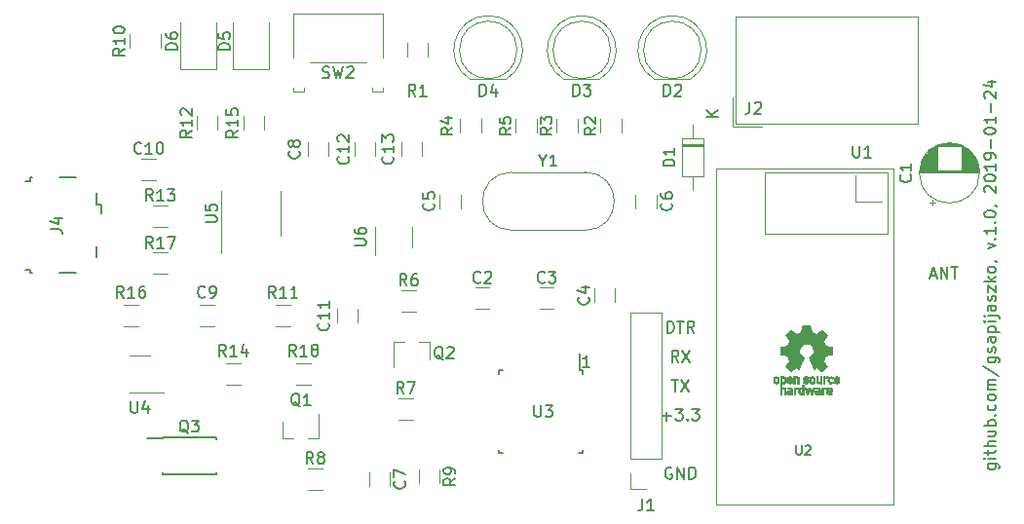
<source format=gbr>
G04 #@! TF.GenerationSoftware,KiCad,Pcbnew,6.0.0-rc1-unknown-dffa399~84~ubuntu16.04.1*
G04 #@! TF.CreationDate,2019-01-25T19:03:02+01:00
G04 #@! TF.ProjectId,mySensors_door_switch,6d795365-6e73-46f7-9273-5f646f6f725f,1.0*
G04 #@! TF.SameCoordinates,Original*
G04 #@! TF.FileFunction,Legend,Top*
G04 #@! TF.FilePolarity,Positive*
%FSLAX46Y46*%
G04 Gerber Fmt 4.6, Leading zero omitted, Abs format (unit mm)*
G04 Created by KiCad (PCBNEW 6.0.0-rc1-unknown-dffa399~84~ubuntu16.04.1) date pią, 25 sty 2019, 19:03:02*
%MOMM*%
%LPD*%
G04 APERTURE LIST*
%ADD10C,0.150000*%
%ADD11C,0.120000*%
%ADD12C,0.010000*%
%ADD13C,0.160000*%
G04 APERTURE END LIST*
D10*
X149285714Y-96452380D02*
X148714285Y-96452380D01*
X149000000Y-96452380D02*
X149000000Y-95452380D01*
X148904761Y-95595238D01*
X148809523Y-95690476D01*
X148714285Y-95738095D01*
X183885114Y-104872771D02*
X184694638Y-104872771D01*
X184789876Y-104920390D01*
X184837495Y-104968009D01*
X184885114Y-105063247D01*
X184885114Y-105206104D01*
X184837495Y-105301342D01*
X184504161Y-104872771D02*
X184551780Y-104968009D01*
X184551780Y-105158485D01*
X184504161Y-105253723D01*
X184456542Y-105301342D01*
X184361304Y-105348961D01*
X184075590Y-105348961D01*
X183980352Y-105301342D01*
X183932733Y-105253723D01*
X183885114Y-105158485D01*
X183885114Y-104968009D01*
X183932733Y-104872771D01*
X184551780Y-104396580D02*
X183885114Y-104396580D01*
X183551780Y-104396580D02*
X183599400Y-104444200D01*
X183647019Y-104396580D01*
X183599400Y-104348961D01*
X183551780Y-104396580D01*
X183647019Y-104396580D01*
X183885114Y-104063247D02*
X183885114Y-103682295D01*
X183551780Y-103920390D02*
X184408923Y-103920390D01*
X184504161Y-103872771D01*
X184551780Y-103777533D01*
X184551780Y-103682295D01*
X184551780Y-103348961D02*
X183551780Y-103348961D01*
X184551780Y-102920390D02*
X184027971Y-102920390D01*
X183932733Y-102968009D01*
X183885114Y-103063247D01*
X183885114Y-103206104D01*
X183932733Y-103301342D01*
X183980352Y-103348961D01*
X183885114Y-102015628D02*
X184551780Y-102015628D01*
X183885114Y-102444200D02*
X184408923Y-102444200D01*
X184504161Y-102396580D01*
X184551780Y-102301342D01*
X184551780Y-102158485D01*
X184504161Y-102063247D01*
X184456542Y-102015628D01*
X184551780Y-101539438D02*
X183551780Y-101539438D01*
X183932733Y-101539438D02*
X183885114Y-101444200D01*
X183885114Y-101253723D01*
X183932733Y-101158485D01*
X183980352Y-101110866D01*
X184075590Y-101063247D01*
X184361304Y-101063247D01*
X184456542Y-101110866D01*
X184504161Y-101158485D01*
X184551780Y-101253723D01*
X184551780Y-101444200D01*
X184504161Y-101539438D01*
X184456542Y-100634676D02*
X184504161Y-100587057D01*
X184551780Y-100634676D01*
X184504161Y-100682295D01*
X184456542Y-100634676D01*
X184551780Y-100634676D01*
X184504161Y-99729914D02*
X184551780Y-99825152D01*
X184551780Y-100015628D01*
X184504161Y-100110866D01*
X184456542Y-100158485D01*
X184361304Y-100206104D01*
X184075590Y-100206104D01*
X183980352Y-100158485D01*
X183932733Y-100110866D01*
X183885114Y-100015628D01*
X183885114Y-99825152D01*
X183932733Y-99729914D01*
X184551780Y-99158485D02*
X184504161Y-99253723D01*
X184456542Y-99301342D01*
X184361304Y-99348961D01*
X184075590Y-99348961D01*
X183980352Y-99301342D01*
X183932733Y-99253723D01*
X183885114Y-99158485D01*
X183885114Y-99015628D01*
X183932733Y-98920390D01*
X183980352Y-98872771D01*
X184075590Y-98825152D01*
X184361304Y-98825152D01*
X184456542Y-98872771D01*
X184504161Y-98920390D01*
X184551780Y-99015628D01*
X184551780Y-99158485D01*
X184551780Y-98396580D02*
X183885114Y-98396580D01*
X183980352Y-98396580D02*
X183932733Y-98348961D01*
X183885114Y-98253723D01*
X183885114Y-98110866D01*
X183932733Y-98015628D01*
X184027971Y-97968009D01*
X184551780Y-97968009D01*
X184027971Y-97968009D02*
X183932733Y-97920390D01*
X183885114Y-97825152D01*
X183885114Y-97682295D01*
X183932733Y-97587057D01*
X184027971Y-97539438D01*
X184551780Y-97539438D01*
X183504161Y-96348961D02*
X184789876Y-97206104D01*
X183885114Y-95587057D02*
X184694638Y-95587057D01*
X184789876Y-95634676D01*
X184837495Y-95682295D01*
X184885114Y-95777533D01*
X184885114Y-95920390D01*
X184837495Y-96015628D01*
X184504161Y-95587057D02*
X184551780Y-95682295D01*
X184551780Y-95872771D01*
X184504161Y-95968009D01*
X184456542Y-96015628D01*
X184361304Y-96063247D01*
X184075590Y-96063247D01*
X183980352Y-96015628D01*
X183932733Y-95968009D01*
X183885114Y-95872771D01*
X183885114Y-95682295D01*
X183932733Y-95587057D01*
X184504161Y-95158485D02*
X184551780Y-95063247D01*
X184551780Y-94872771D01*
X184504161Y-94777533D01*
X184408923Y-94729914D01*
X184361304Y-94729914D01*
X184266066Y-94777533D01*
X184218447Y-94872771D01*
X184218447Y-95015628D01*
X184170828Y-95110866D01*
X184075590Y-95158485D01*
X184027971Y-95158485D01*
X183932733Y-95110866D01*
X183885114Y-95015628D01*
X183885114Y-94872771D01*
X183932733Y-94777533D01*
X184551780Y-93872771D02*
X184027971Y-93872771D01*
X183932733Y-93920390D01*
X183885114Y-94015628D01*
X183885114Y-94206104D01*
X183932733Y-94301342D01*
X184504161Y-93872771D02*
X184551780Y-93968009D01*
X184551780Y-94206104D01*
X184504161Y-94301342D01*
X184408923Y-94348961D01*
X184313685Y-94348961D01*
X184218447Y-94301342D01*
X184170828Y-94206104D01*
X184170828Y-93968009D01*
X184123209Y-93872771D01*
X183885114Y-93396580D02*
X184885114Y-93396580D01*
X183932733Y-93396580D02*
X183885114Y-93301342D01*
X183885114Y-93110866D01*
X183932733Y-93015628D01*
X183980352Y-92968009D01*
X184075590Y-92920390D01*
X184361304Y-92920390D01*
X184456542Y-92968009D01*
X184504161Y-93015628D01*
X184551780Y-93110866D01*
X184551780Y-93301342D01*
X184504161Y-93396580D01*
X184551780Y-92491819D02*
X183885114Y-92491819D01*
X183551780Y-92491819D02*
X183599400Y-92539438D01*
X183647019Y-92491819D01*
X183599400Y-92444200D01*
X183551780Y-92491819D01*
X183647019Y-92491819D01*
X183885114Y-92015628D02*
X184742257Y-92015628D01*
X184837495Y-92063247D01*
X184885114Y-92158485D01*
X184885114Y-92206104D01*
X183551780Y-92015628D02*
X183599400Y-92063247D01*
X183647019Y-92015628D01*
X183599400Y-91968009D01*
X183551780Y-92015628D01*
X183647019Y-92015628D01*
X184551780Y-91110866D02*
X184027971Y-91110866D01*
X183932733Y-91158485D01*
X183885114Y-91253723D01*
X183885114Y-91444200D01*
X183932733Y-91539438D01*
X184504161Y-91110866D02*
X184551780Y-91206104D01*
X184551780Y-91444200D01*
X184504161Y-91539438D01*
X184408923Y-91587057D01*
X184313685Y-91587057D01*
X184218447Y-91539438D01*
X184170828Y-91444200D01*
X184170828Y-91206104D01*
X184123209Y-91110866D01*
X184504161Y-90682295D02*
X184551780Y-90587057D01*
X184551780Y-90396580D01*
X184504161Y-90301342D01*
X184408923Y-90253723D01*
X184361304Y-90253723D01*
X184266066Y-90301342D01*
X184218447Y-90396580D01*
X184218447Y-90539438D01*
X184170828Y-90634676D01*
X184075590Y-90682295D01*
X184027971Y-90682295D01*
X183932733Y-90634676D01*
X183885114Y-90539438D01*
X183885114Y-90396580D01*
X183932733Y-90301342D01*
X183885114Y-89920390D02*
X183885114Y-89396580D01*
X184551780Y-89920390D01*
X184551780Y-89396580D01*
X184551780Y-89015628D02*
X183551780Y-89015628D01*
X184170828Y-88920390D02*
X184551780Y-88634676D01*
X183885114Y-88634676D02*
X184266066Y-89015628D01*
X184551780Y-88063247D02*
X184504161Y-88158485D01*
X184456542Y-88206104D01*
X184361304Y-88253723D01*
X184075590Y-88253723D01*
X183980352Y-88206104D01*
X183932733Y-88158485D01*
X183885114Y-88063247D01*
X183885114Y-87920390D01*
X183932733Y-87825152D01*
X183980352Y-87777533D01*
X184075590Y-87729914D01*
X184361304Y-87729914D01*
X184456542Y-87777533D01*
X184504161Y-87825152D01*
X184551780Y-87920390D01*
X184551780Y-88063247D01*
X184504161Y-87253723D02*
X184551780Y-87253723D01*
X184647019Y-87301342D01*
X184694638Y-87348961D01*
X183885114Y-86158485D02*
X184551780Y-85920390D01*
X183885114Y-85682295D01*
X184456542Y-85301342D02*
X184504161Y-85253723D01*
X184551780Y-85301342D01*
X184504161Y-85348961D01*
X184456542Y-85301342D01*
X184551780Y-85301342D01*
X184551780Y-84301342D02*
X184551780Y-84872771D01*
X184551780Y-84587057D02*
X183551780Y-84587057D01*
X183694638Y-84682295D01*
X183789876Y-84777533D01*
X183837495Y-84872771D01*
X184456542Y-83872771D02*
X184504161Y-83825152D01*
X184551780Y-83872771D01*
X184504161Y-83920390D01*
X184456542Y-83872771D01*
X184551780Y-83872771D01*
X183551780Y-83206104D02*
X183551780Y-83110866D01*
X183599400Y-83015628D01*
X183647019Y-82968009D01*
X183742257Y-82920390D01*
X183932733Y-82872771D01*
X184170828Y-82872771D01*
X184361304Y-82920390D01*
X184456542Y-82968009D01*
X184504161Y-83015628D01*
X184551780Y-83110866D01*
X184551780Y-83206104D01*
X184504161Y-83301342D01*
X184456542Y-83348961D01*
X184361304Y-83396580D01*
X184170828Y-83444200D01*
X183932733Y-83444200D01*
X183742257Y-83396580D01*
X183647019Y-83348961D01*
X183599400Y-83301342D01*
X183551780Y-83206104D01*
X184504161Y-82396580D02*
X184551780Y-82396580D01*
X184647019Y-82444200D01*
X184694638Y-82491819D01*
X183647019Y-81253723D02*
X183599400Y-81206104D01*
X183551780Y-81110866D01*
X183551780Y-80872771D01*
X183599400Y-80777533D01*
X183647019Y-80729914D01*
X183742257Y-80682295D01*
X183837495Y-80682295D01*
X183980352Y-80729914D01*
X184551780Y-81301342D01*
X184551780Y-80682295D01*
X183551780Y-80063247D02*
X183551780Y-79968009D01*
X183599400Y-79872771D01*
X183647019Y-79825152D01*
X183742257Y-79777533D01*
X183932733Y-79729914D01*
X184170828Y-79729914D01*
X184361304Y-79777533D01*
X184456542Y-79825152D01*
X184504161Y-79872771D01*
X184551780Y-79968009D01*
X184551780Y-80063247D01*
X184504161Y-80158485D01*
X184456542Y-80206104D01*
X184361304Y-80253723D01*
X184170828Y-80301342D01*
X183932733Y-80301342D01*
X183742257Y-80253723D01*
X183647019Y-80206104D01*
X183599400Y-80158485D01*
X183551780Y-80063247D01*
X184551780Y-78777533D02*
X184551780Y-79348961D01*
X184551780Y-79063247D02*
X183551780Y-79063247D01*
X183694638Y-79158485D01*
X183789876Y-79253723D01*
X183837495Y-79348961D01*
X184551780Y-78301342D02*
X184551780Y-78110866D01*
X184504161Y-78015628D01*
X184456542Y-77968009D01*
X184313685Y-77872771D01*
X184123209Y-77825152D01*
X183742257Y-77825152D01*
X183647019Y-77872771D01*
X183599400Y-77920390D01*
X183551780Y-78015628D01*
X183551780Y-78206104D01*
X183599400Y-78301342D01*
X183647019Y-78348961D01*
X183742257Y-78396580D01*
X183980352Y-78396580D01*
X184075590Y-78348961D01*
X184123209Y-78301342D01*
X184170828Y-78206104D01*
X184170828Y-78015628D01*
X184123209Y-77920390D01*
X184075590Y-77872771D01*
X183980352Y-77825152D01*
X184170828Y-77396580D02*
X184170828Y-76634676D01*
X183551780Y-75968009D02*
X183551780Y-75872771D01*
X183599400Y-75777533D01*
X183647019Y-75729914D01*
X183742257Y-75682295D01*
X183932733Y-75634676D01*
X184170828Y-75634676D01*
X184361304Y-75682295D01*
X184456542Y-75729914D01*
X184504161Y-75777533D01*
X184551780Y-75872771D01*
X184551780Y-75968009D01*
X184504161Y-76063247D01*
X184456542Y-76110866D01*
X184361304Y-76158485D01*
X184170828Y-76206104D01*
X183932733Y-76206104D01*
X183742257Y-76158485D01*
X183647019Y-76110866D01*
X183599400Y-76063247D01*
X183551780Y-75968009D01*
X184551780Y-74682295D02*
X184551780Y-75253723D01*
X184551780Y-74968009D02*
X183551780Y-74968009D01*
X183694638Y-75063247D01*
X183789876Y-75158485D01*
X183837495Y-75253723D01*
X184170828Y-74253723D02*
X184170828Y-73491819D01*
X183647019Y-73063247D02*
X183599400Y-73015628D01*
X183551780Y-72920390D01*
X183551780Y-72682295D01*
X183599400Y-72587057D01*
X183647019Y-72539438D01*
X183742257Y-72491819D01*
X183837495Y-72491819D01*
X183980352Y-72539438D01*
X184551780Y-73110866D01*
X184551780Y-72491819D01*
X183885114Y-71634676D02*
X184551780Y-71634676D01*
X183504161Y-71872771D02*
X184218447Y-72110866D01*
X184218447Y-71491819D01*
X156413495Y-105216200D02*
X156318257Y-105168580D01*
X156175400Y-105168580D01*
X156032542Y-105216200D01*
X155937304Y-105311438D01*
X155889685Y-105406676D01*
X155842066Y-105597152D01*
X155842066Y-105740009D01*
X155889685Y-105930485D01*
X155937304Y-106025723D01*
X156032542Y-106120961D01*
X156175400Y-106168580D01*
X156270638Y-106168580D01*
X156413495Y-106120961D01*
X156461114Y-106073342D01*
X156461114Y-105740009D01*
X156270638Y-105740009D01*
X156889685Y-106168580D02*
X156889685Y-105168580D01*
X157461114Y-106168580D01*
X157461114Y-105168580D01*
X157937304Y-106168580D02*
X157937304Y-105168580D01*
X158175400Y-105168580D01*
X158318257Y-105216200D01*
X158413495Y-105311438D01*
X158461114Y-105406676D01*
X158508733Y-105597152D01*
X158508733Y-105740009D01*
X158461114Y-105930485D01*
X158413495Y-106025723D01*
X158318257Y-106120961D01*
X158175400Y-106168580D01*
X157937304Y-106168580D01*
X155603971Y-100707628D02*
X156365876Y-100707628D01*
X155984923Y-101088580D02*
X155984923Y-100326676D01*
X156746828Y-100088580D02*
X157365876Y-100088580D01*
X157032542Y-100469533D01*
X157175400Y-100469533D01*
X157270638Y-100517152D01*
X157318257Y-100564771D01*
X157365876Y-100660009D01*
X157365876Y-100898104D01*
X157318257Y-100993342D01*
X157270638Y-101040961D01*
X157175400Y-101088580D01*
X156889685Y-101088580D01*
X156794447Y-101040961D01*
X156746828Y-100993342D01*
X157794447Y-100993342D02*
X157842066Y-101040961D01*
X157794447Y-101088580D01*
X157746828Y-101040961D01*
X157794447Y-100993342D01*
X157794447Y-101088580D01*
X158175400Y-100088580D02*
X158794447Y-100088580D01*
X158461114Y-100469533D01*
X158603971Y-100469533D01*
X158699209Y-100517152D01*
X158746828Y-100564771D01*
X158794447Y-100660009D01*
X158794447Y-100898104D01*
X158746828Y-100993342D01*
X158699209Y-101040961D01*
X158603971Y-101088580D01*
X158318257Y-101088580D01*
X158223019Y-101040961D01*
X158175400Y-100993342D01*
X156413495Y-97548580D02*
X156984923Y-97548580D01*
X156699209Y-98548580D02*
X156699209Y-97548580D01*
X157223019Y-97548580D02*
X157889685Y-98548580D01*
X157889685Y-97548580D02*
X157223019Y-98548580D01*
X157008733Y-96008580D02*
X156675400Y-95532390D01*
X156437304Y-96008580D02*
X156437304Y-95008580D01*
X156818257Y-95008580D01*
X156913495Y-95056200D01*
X156961114Y-95103819D01*
X157008733Y-95199057D01*
X157008733Y-95341914D01*
X156961114Y-95437152D01*
X156913495Y-95484771D01*
X156818257Y-95532390D01*
X156437304Y-95532390D01*
X157342066Y-95008580D02*
X158008733Y-96008580D01*
X158008733Y-95008580D02*
X157342066Y-96008580D01*
X156032542Y-93468580D02*
X156032542Y-92468580D01*
X156270638Y-92468580D01*
X156413495Y-92516200D01*
X156508733Y-92611438D01*
X156556352Y-92706676D01*
X156603971Y-92897152D01*
X156603971Y-93040009D01*
X156556352Y-93230485D01*
X156508733Y-93325723D01*
X156413495Y-93420961D01*
X156270638Y-93468580D01*
X156032542Y-93468580D01*
X156889685Y-92468580D02*
X157461114Y-92468580D01*
X157175400Y-93468580D02*
X157175400Y-92468580D01*
X158365876Y-93468580D02*
X158032542Y-92992390D01*
X157794447Y-93468580D02*
X157794447Y-92468580D01*
X158175400Y-92468580D01*
X158270638Y-92516200D01*
X158318257Y-92563819D01*
X158365876Y-92659057D01*
X158365876Y-92801914D01*
X158318257Y-92897152D01*
X158270638Y-92944771D01*
X158175400Y-92992390D01*
X157794447Y-92992390D01*
D11*
X134421000Y-105367936D02*
X134421000Y-106572064D01*
X136241000Y-105367936D02*
X136241000Y-106572064D01*
X124822936Y-107134000D02*
X126027064Y-107134000D01*
X124822936Y-105314000D02*
X126027064Y-105314000D01*
X132696936Y-101038000D02*
X133901064Y-101038000D01*
X132696936Y-99218000D02*
X133901064Y-99218000D01*
X132950936Y-91640200D02*
X134155064Y-91640200D01*
X132950936Y-89820200D02*
X134155064Y-89820200D01*
X135387000Y-94288200D02*
X135387000Y-95748200D01*
X132227000Y-94288200D02*
X132227000Y-96448200D01*
X132227000Y-94288200D02*
X133157000Y-94288200D01*
X135387000Y-94288200D02*
X134457000Y-94288200D01*
X122575000Y-102666000D02*
X122575000Y-101206000D01*
X125735000Y-102666000D02*
X125735000Y-100506000D01*
X125735000Y-102666000D02*
X124805000Y-102666000D01*
X122575000Y-102666000D02*
X123505000Y-102666000D01*
X130103000Y-105621936D02*
X130103000Y-106826064D01*
X131923000Y-105621936D02*
X131923000Y-106826064D01*
X112565064Y-86518200D02*
X111360936Y-86518200D01*
X112565064Y-88338200D02*
X111360936Y-88338200D01*
X111360936Y-84274200D02*
X112565064Y-84274200D01*
X111360936Y-82454200D02*
X112565064Y-82454200D01*
X116629064Y-91090200D02*
X115424936Y-91090200D01*
X116629064Y-92910200D02*
X115424936Y-92910200D01*
X178818000Y-82128975D02*
X179318000Y-82128975D01*
X179068000Y-82378975D02*
X179068000Y-81878975D01*
X180259000Y-76973200D02*
X180827000Y-76973200D01*
X180025000Y-77013200D02*
X181061000Y-77013200D01*
X179866000Y-77053200D02*
X181220000Y-77053200D01*
X179738000Y-77093200D02*
X181348000Y-77093200D01*
X179628000Y-77133200D02*
X181458000Y-77133200D01*
X179532000Y-77173200D02*
X181554000Y-77173200D01*
X179445000Y-77213200D02*
X181641000Y-77213200D01*
X179365000Y-77253200D02*
X181721000Y-77253200D01*
X181583000Y-77293200D02*
X181794000Y-77293200D01*
X179292000Y-77293200D02*
X179503000Y-77293200D01*
X181583000Y-77333200D02*
X181862000Y-77333200D01*
X179224000Y-77333200D02*
X179503000Y-77333200D01*
X181583000Y-77373200D02*
X181926000Y-77373200D01*
X179160000Y-77373200D02*
X179503000Y-77373200D01*
X181583000Y-77413200D02*
X181986000Y-77413200D01*
X179100000Y-77413200D02*
X179503000Y-77413200D01*
X181583000Y-77453200D02*
X182043000Y-77453200D01*
X179043000Y-77453200D02*
X179503000Y-77453200D01*
X181583000Y-77493200D02*
X182097000Y-77493200D01*
X178989000Y-77493200D02*
X179503000Y-77493200D01*
X181583000Y-77533200D02*
X182148000Y-77533200D01*
X178938000Y-77533200D02*
X179503000Y-77533200D01*
X181583000Y-77573200D02*
X182196000Y-77573200D01*
X178890000Y-77573200D02*
X179503000Y-77573200D01*
X181583000Y-77613200D02*
X182242000Y-77613200D01*
X178844000Y-77613200D02*
X179503000Y-77613200D01*
X181583000Y-77653200D02*
X182286000Y-77653200D01*
X178800000Y-77653200D02*
X179503000Y-77653200D01*
X181583000Y-77693200D02*
X182328000Y-77693200D01*
X178758000Y-77693200D02*
X179503000Y-77693200D01*
X181583000Y-77733200D02*
X182369000Y-77733200D01*
X178717000Y-77733200D02*
X179503000Y-77733200D01*
X181583000Y-77773200D02*
X182407000Y-77773200D01*
X178679000Y-77773200D02*
X179503000Y-77773200D01*
X181583000Y-77813200D02*
X182444000Y-77813200D01*
X178642000Y-77813200D02*
X179503000Y-77813200D01*
X181583000Y-77853200D02*
X182480000Y-77853200D01*
X178606000Y-77853200D02*
X179503000Y-77853200D01*
X181583000Y-77893200D02*
X182514000Y-77893200D01*
X178572000Y-77893200D02*
X179503000Y-77893200D01*
X181583000Y-77933200D02*
X182547000Y-77933200D01*
X178539000Y-77933200D02*
X179503000Y-77933200D01*
X181583000Y-77973200D02*
X182578000Y-77973200D01*
X178508000Y-77973200D02*
X179503000Y-77973200D01*
X181583000Y-78013200D02*
X182608000Y-78013200D01*
X178478000Y-78013200D02*
X179503000Y-78013200D01*
X181583000Y-78053200D02*
X182638000Y-78053200D01*
X178448000Y-78053200D02*
X179503000Y-78053200D01*
X181583000Y-78093200D02*
X182665000Y-78093200D01*
X178421000Y-78093200D02*
X179503000Y-78093200D01*
X181583000Y-78133200D02*
X182692000Y-78133200D01*
X178394000Y-78133200D02*
X179503000Y-78133200D01*
X181583000Y-78173200D02*
X182718000Y-78173200D01*
X178368000Y-78173200D02*
X179503000Y-78173200D01*
X181583000Y-78213200D02*
X182743000Y-78213200D01*
X178343000Y-78213200D02*
X179503000Y-78213200D01*
X181583000Y-78253200D02*
X182767000Y-78253200D01*
X178319000Y-78253200D02*
X179503000Y-78253200D01*
X181583000Y-78293200D02*
X182790000Y-78293200D01*
X178296000Y-78293200D02*
X179503000Y-78293200D01*
X181583000Y-78333200D02*
X182811000Y-78333200D01*
X178275000Y-78333200D02*
X179503000Y-78333200D01*
X181583000Y-78373200D02*
X182833000Y-78373200D01*
X178253000Y-78373200D02*
X179503000Y-78373200D01*
X181583000Y-78413200D02*
X182853000Y-78413200D01*
X178233000Y-78413200D02*
X179503000Y-78413200D01*
X181583000Y-78453200D02*
X182872000Y-78453200D01*
X178214000Y-78453200D02*
X179503000Y-78453200D01*
X181583000Y-78493200D02*
X182891000Y-78493200D01*
X178195000Y-78493200D02*
X179503000Y-78493200D01*
X181583000Y-78533200D02*
X182908000Y-78533200D01*
X178178000Y-78533200D02*
X179503000Y-78533200D01*
X181583000Y-78573200D02*
X182925000Y-78573200D01*
X178161000Y-78573200D02*
X179503000Y-78573200D01*
X181583000Y-78613200D02*
X182941000Y-78613200D01*
X178145000Y-78613200D02*
X179503000Y-78613200D01*
X181583000Y-78653200D02*
X182957000Y-78653200D01*
X178129000Y-78653200D02*
X179503000Y-78653200D01*
X181583000Y-78693200D02*
X182971000Y-78693200D01*
X178115000Y-78693200D02*
X179503000Y-78693200D01*
X181583000Y-78733200D02*
X182985000Y-78733200D01*
X178101000Y-78733200D02*
X179503000Y-78733200D01*
X181583000Y-78773200D02*
X182998000Y-78773200D01*
X178088000Y-78773200D02*
X179503000Y-78773200D01*
X181583000Y-78813200D02*
X183011000Y-78813200D01*
X178075000Y-78813200D02*
X179503000Y-78813200D01*
X181583000Y-78853200D02*
X183023000Y-78853200D01*
X178063000Y-78853200D02*
X179503000Y-78853200D01*
X181583000Y-78894200D02*
X183034000Y-78894200D01*
X178052000Y-78894200D02*
X179503000Y-78894200D01*
X181583000Y-78934200D02*
X183044000Y-78934200D01*
X178042000Y-78934200D02*
X179503000Y-78934200D01*
X181583000Y-78974200D02*
X183054000Y-78974200D01*
X178032000Y-78974200D02*
X179503000Y-78974200D01*
X181583000Y-79014200D02*
X183063000Y-79014200D01*
X178023000Y-79014200D02*
X179503000Y-79014200D01*
X181583000Y-79054200D02*
X183071000Y-79054200D01*
X178015000Y-79054200D02*
X179503000Y-79054200D01*
X181583000Y-79094200D02*
X183079000Y-79094200D01*
X178007000Y-79094200D02*
X179503000Y-79094200D01*
X181583000Y-79134200D02*
X183086000Y-79134200D01*
X178000000Y-79134200D02*
X179503000Y-79134200D01*
X181583000Y-79174200D02*
X183093000Y-79174200D01*
X177993000Y-79174200D02*
X179503000Y-79174200D01*
X181583000Y-79214200D02*
X183099000Y-79214200D01*
X177987000Y-79214200D02*
X179503000Y-79214200D01*
X181583000Y-79254200D02*
X183104000Y-79254200D01*
X177982000Y-79254200D02*
X179503000Y-79254200D01*
X181583000Y-79294200D02*
X183108000Y-79294200D01*
X177978000Y-79294200D02*
X179503000Y-79294200D01*
X181583000Y-79334200D02*
X183112000Y-79334200D01*
X177974000Y-79334200D02*
X179503000Y-79334200D01*
X177970000Y-79374200D02*
X183116000Y-79374200D01*
X177967000Y-79414200D02*
X183119000Y-79414200D01*
X177965000Y-79454200D02*
X183121000Y-79454200D01*
X177964000Y-79494200D02*
X183122000Y-79494200D01*
X177963000Y-79534200D02*
X183123000Y-79534200D01*
X177963000Y-79574200D02*
X183123000Y-79574200D01*
X183163000Y-79574200D02*
G75*
G03X183163000Y-79574200I-2620000J0D01*
G01*
X130673000Y-84242200D02*
X130673000Y-86692200D01*
X133893000Y-86042200D02*
X133893000Y-84242200D01*
X116937000Y-75838264D02*
X116937000Y-74634136D01*
X115117000Y-75838264D02*
X115117000Y-74634136D01*
X124769000Y-76920136D02*
X124769000Y-78124264D01*
X126589000Y-76920136D02*
X126589000Y-78124264D01*
X127309000Y-91398136D02*
X127309000Y-92602264D01*
X129129000Y-91398136D02*
X129129000Y-92602264D01*
X111549064Y-78390200D02*
X110344936Y-78390200D01*
X111549064Y-80210200D02*
X110344936Y-80210200D01*
D10*
X104637000Y-79976200D02*
X103237000Y-79976200D01*
X100837000Y-79976200D02*
X100687000Y-79976200D01*
X100687000Y-79976200D02*
X100687000Y-80276200D01*
X100687000Y-80276200D02*
X100237000Y-80276200D01*
X100237000Y-87976200D02*
X100687000Y-87976200D01*
X100687000Y-87976200D02*
X100687000Y-88276200D01*
X100687000Y-88276200D02*
X100837000Y-88276200D01*
X103237000Y-88276200D02*
X104637000Y-88276200D01*
X106812000Y-83051200D02*
X106812000Y-82326200D01*
X106812000Y-82326200D02*
X106387000Y-82326200D01*
X106387000Y-82326200D02*
X106387000Y-81326200D01*
X106387000Y-85926200D02*
X106387000Y-86926200D01*
D11*
X142857000Y-74888136D02*
X142857000Y-76092264D01*
X144677000Y-74888136D02*
X144677000Y-76092264D01*
X146413000Y-74852136D02*
X146413000Y-76056264D01*
X148233000Y-74852136D02*
X148233000Y-76056264D01*
X150223000Y-74888136D02*
X150223000Y-76092264D01*
X152043000Y-74888136D02*
X152043000Y-76092264D01*
X133405000Y-68284136D02*
X133405000Y-69488264D01*
X135225000Y-68284136D02*
X135225000Y-69488264D01*
X138031000Y-74888136D02*
X138031000Y-76092264D01*
X139851000Y-74888136D02*
X139851000Y-76092264D01*
X116850000Y-70584200D02*
X116850000Y-66524200D01*
X113680000Y-70584200D02*
X116850000Y-70584200D01*
X113680000Y-66524200D02*
X113680000Y-70584200D01*
X121422000Y-70584200D02*
X121422000Y-66524200D01*
X118252000Y-70584200D02*
X121422000Y-70584200D01*
X118252000Y-66524200D02*
X118252000Y-70584200D01*
X138070000Y-82644064D02*
X138070000Y-81439936D01*
X136250000Y-82644064D02*
X136250000Y-81439936D01*
X153268000Y-81439936D02*
X153268000Y-82644064D01*
X155088000Y-81439936D02*
X155088000Y-82644064D01*
X140559064Y-91386200D02*
X139354936Y-91386200D01*
X140559064Y-89566200D02*
X139354936Y-89566200D01*
X144942936Y-89566200D02*
X146147064Y-89566200D01*
X144942936Y-91386200D02*
X146147064Y-91386200D01*
X149661000Y-89620136D02*
X149661000Y-90824264D01*
X151481000Y-89620136D02*
X151481000Y-90824264D01*
X132897000Y-78124264D02*
X132897000Y-76920136D01*
X134717000Y-78124264D02*
X134717000Y-76920136D01*
X130653000Y-78124264D02*
X130653000Y-76920136D01*
X128833000Y-78124264D02*
X128833000Y-76920136D01*
X159162000Y-76592000D02*
X157322000Y-76592000D01*
X157322000Y-76592000D02*
X157322000Y-79872000D01*
X157322000Y-79872000D02*
X159162000Y-79872000D01*
X159162000Y-79872000D02*
X159162000Y-76592000D01*
X158242000Y-75412000D02*
X158242000Y-76592000D01*
X158242000Y-81052000D02*
X158242000Y-79872000D01*
X159162000Y-77168000D02*
X157322000Y-77168000D01*
X159162000Y-77288000D02*
X157322000Y-77288000D01*
X159162000Y-77048000D02*
X157322000Y-77048000D01*
X156467462Y-65896200D02*
G75*
G03X154922170Y-71446200I-462J-2990000D01*
G01*
X156466538Y-65896200D02*
G75*
G02X158011830Y-71446200I462J-2990000D01*
G01*
X158967000Y-68886200D02*
G75*
G03X158967000Y-68886200I-2500000J0D01*
G01*
X154922000Y-71446200D02*
X158012000Y-71446200D01*
X147048000Y-71446200D02*
X150138000Y-71446200D01*
X151093000Y-68886200D02*
G75*
G03X151093000Y-68886200I-2500000J0D01*
G01*
X148592538Y-65896200D02*
G75*
G02X150137830Y-71446200I462J-2990000D01*
G01*
X148593462Y-65896200D02*
G75*
G03X147048170Y-71446200I-462J-2990000D01*
G01*
X140465462Y-65896200D02*
G75*
G03X138920170Y-71446200I-462J-2990000D01*
G01*
X140464538Y-65896200D02*
G75*
G02X142009830Y-71446200I462J-2990000D01*
G01*
X142965000Y-68886200D02*
G75*
G03X142965000Y-68886200I-2500000J0D01*
G01*
X138920000Y-71446200D02*
X142010000Y-71446200D01*
X161985000Y-65989200D02*
X177765000Y-65989200D01*
X177765000Y-65989200D02*
X177765000Y-75339200D01*
X177765000Y-75339200D02*
X161985000Y-75339200D01*
X161985000Y-75339200D02*
X161985000Y-65989200D01*
X161735000Y-75589200D02*
X164275000Y-75589200D01*
X161735000Y-75589200D02*
X161735000Y-73049200D01*
X155511000Y-104446000D02*
X152851000Y-104446000D01*
X155511000Y-104446000D02*
X155511000Y-91686000D01*
X155511000Y-91686000D02*
X152851000Y-91686000D01*
X152851000Y-104446000D02*
X152851000Y-91686000D01*
X152851000Y-107046000D02*
X152851000Y-105716000D01*
X154181000Y-107046000D02*
X152851000Y-107046000D01*
D10*
X112178000Y-102567000D02*
X112178000Y-102667000D01*
X116828000Y-102567000D02*
X116828000Y-102767000D01*
X116828000Y-105817000D02*
X116828000Y-105617000D01*
X112178000Y-105817000D02*
X112178000Y-105617000D01*
X112178000Y-102567000D02*
X116828000Y-102567000D01*
X112178000Y-105817000D02*
X116828000Y-105817000D01*
X112178000Y-102667000D02*
X110828000Y-102667000D01*
D11*
X109333000Y-68726264D02*
X109333000Y-67522136D01*
X112053000Y-68726264D02*
X112053000Y-67522136D01*
X125011064Y-97990200D02*
X123806936Y-97990200D01*
X125011064Y-96170200D02*
X123806936Y-96170200D01*
X121001000Y-75838264D02*
X121001000Y-74634136D01*
X119181000Y-75838264D02*
X119181000Y-74634136D01*
X110025064Y-91090200D02*
X108820936Y-91090200D01*
X110025064Y-92910200D02*
X108820936Y-92910200D01*
X122028936Y-91090200D02*
X123233064Y-91090200D01*
X122028936Y-92910200D02*
X123233064Y-92910200D01*
X117710936Y-96170200D02*
X118915064Y-96170200D01*
X117710936Y-97990200D02*
X118915064Y-97990200D01*
X130401000Y-72498200D02*
X130401000Y-72148200D01*
X131291000Y-72498200D02*
X130401000Y-72498200D01*
X131291000Y-72198200D02*
X131291000Y-72498200D01*
X131291000Y-69558200D02*
X131291000Y-65708200D01*
X131291000Y-65708200D02*
X123551000Y-65708200D01*
X123551000Y-65708200D02*
X123551000Y-69558200D01*
X124931000Y-69948200D02*
X129911000Y-69948200D01*
X124441000Y-72498200D02*
X123551000Y-72498200D01*
X124441000Y-72498200D02*
X124441000Y-72148200D01*
X123551000Y-72198200D02*
X123551000Y-72498200D01*
X175143000Y-79554200D02*
X175143000Y-84888200D01*
X175143000Y-84888200D02*
X164475000Y-84888200D01*
X164475000Y-84888200D02*
X164475000Y-79554200D01*
X164475000Y-79554200D02*
X164475000Y-79554200D01*
X174635000Y-82094200D02*
X172349000Y-82094200D01*
X172349000Y-82094200D02*
X172349000Y-79808200D01*
X172349000Y-79808200D02*
X172349000Y-79808200D01*
X175719000Y-79224200D02*
X175719000Y-108424200D01*
X175719000Y-108424200D02*
X160269000Y-108424200D01*
X160269000Y-108424200D02*
X160269000Y-79224200D01*
X160269000Y-79224200D02*
X175719000Y-79224200D01*
X175719000Y-79224200D02*
X175719000Y-79224200D01*
X164475000Y-79554200D02*
X175143000Y-79554200D01*
X175143000Y-79554200D02*
X175143000Y-79554200D01*
D10*
X148659000Y-96705000D02*
X148434000Y-96705000D01*
X148659000Y-103955000D02*
X148334000Y-103955000D01*
X141409000Y-103955000D02*
X141734000Y-103955000D01*
X141409000Y-96705000D02*
X141734000Y-96705000D01*
X148659000Y-96705000D02*
X148659000Y-97030000D01*
X141409000Y-96705000D02*
X141409000Y-97030000D01*
X141409000Y-103955000D02*
X141409000Y-103630000D01*
X148659000Y-103955000D02*
X148659000Y-103630000D01*
X148434000Y-96705000D02*
X148434000Y-95280000D01*
D11*
X117277000Y-86560200D02*
X117277000Y-81160200D01*
X122397000Y-85060200D02*
X122397000Y-81160200D01*
X111085000Y-95470200D02*
X109285000Y-95470200D01*
X109285000Y-98690200D02*
X112235000Y-98690200D01*
X142496000Y-79517000D02*
X148896000Y-79517000D01*
X142496000Y-84567000D02*
X148896000Y-84567000D01*
X142496000Y-84567000D02*
G75*
G02X142496000Y-79517000I0J2525000D01*
G01*
X148896000Y-84567000D02*
G75*
G03X148896000Y-79517000I0J2525000D01*
G01*
D12*
G36*
X168474364Y-93100218D02*
G01*
X168531212Y-93401770D01*
X168950738Y-93574712D01*
X169202384Y-93403595D01*
X169272858Y-93355950D01*
X169336563Y-93313410D01*
X169390526Y-93277915D01*
X169431773Y-93251410D01*
X169457334Y-93235836D01*
X169464295Y-93232478D01*
X169476835Y-93241114D01*
X169503631Y-93264992D01*
X169541680Y-93301059D01*
X169587979Y-93346267D01*
X169639523Y-93397564D01*
X169693309Y-93451901D01*
X169746335Y-93506228D01*
X169795595Y-93557495D01*
X169838087Y-93602651D01*
X169870807Y-93638646D01*
X169890751Y-93662430D01*
X169895519Y-93670390D01*
X169888657Y-93685065D01*
X169869420Y-93717214D01*
X169839830Y-93763692D01*
X169801910Y-93821356D01*
X169757682Y-93887060D01*
X169732054Y-93924536D01*
X169685341Y-93992968D01*
X169643832Y-94054720D01*
X169609540Y-94106719D01*
X169584480Y-94145892D01*
X169570664Y-94169165D01*
X169568588Y-94174055D01*
X169573295Y-94187955D01*
X169586123Y-94220350D01*
X169605138Y-94266685D01*
X169628403Y-94322406D01*
X169653984Y-94382958D01*
X169679945Y-94443786D01*
X169704350Y-94500336D01*
X169725263Y-94548052D01*
X169740749Y-94582381D01*
X169748872Y-94598768D01*
X169749352Y-94599412D01*
X169762107Y-94602541D01*
X169796077Y-94609521D01*
X169847740Y-94619667D01*
X169913576Y-94632292D01*
X169990064Y-94646709D01*
X170034690Y-94655023D01*
X170116421Y-94670584D01*
X170190243Y-94685392D01*
X170252421Y-94698636D01*
X170299222Y-94709505D01*
X170326909Y-94717189D01*
X170332474Y-94719627D01*
X170337926Y-94736130D01*
X170342324Y-94773400D01*
X170345672Y-94827080D01*
X170347974Y-94892812D01*
X170349232Y-94966237D01*
X170349448Y-95042996D01*
X170348627Y-95118732D01*
X170346771Y-95189086D01*
X170343882Y-95249700D01*
X170339965Y-95296216D01*
X170335022Y-95324275D01*
X170332057Y-95330116D01*
X170314334Y-95337117D01*
X170276781Y-95347127D01*
X170224364Y-95358969D01*
X170162052Y-95371467D01*
X170140300Y-95375510D01*
X170035424Y-95394720D01*
X169952580Y-95410191D01*
X169889030Y-95422537D01*
X169842037Y-95432373D01*
X169808863Y-95440314D01*
X169786771Y-95446976D01*
X169773024Y-95452973D01*
X169764884Y-95458919D01*
X169763745Y-95460094D01*
X169752377Y-95479026D01*
X169735035Y-95515869D01*
X169713450Y-95566113D01*
X169689354Y-95625246D01*
X169664479Y-95688756D01*
X169640557Y-95752132D01*
X169619319Y-95810862D01*
X169602497Y-95860435D01*
X169591822Y-95896339D01*
X169589027Y-95914062D01*
X169589260Y-95914683D01*
X169598731Y-95929170D01*
X169620218Y-95961044D01*
X169651463Y-96006989D01*
X169690207Y-96063685D01*
X169734193Y-96127817D01*
X169746719Y-96146042D01*
X169791384Y-96212114D01*
X169830688Y-96272400D01*
X169862488Y-96323435D01*
X169884645Y-96361760D01*
X169895017Y-96383911D01*
X169895519Y-96386632D01*
X169886805Y-96400936D01*
X169862725Y-96429272D01*
X169826376Y-96468596D01*
X169780853Y-96515861D01*
X169729252Y-96568023D01*
X169674667Y-96622035D01*
X169620194Y-96674853D01*
X169568929Y-96723431D01*
X169523967Y-96764723D01*
X169488404Y-96795685D01*
X169465335Y-96813270D01*
X169458954Y-96816141D01*
X169444099Y-96809378D01*
X169413686Y-96791139D01*
X169372668Y-96764497D01*
X169341109Y-96743052D01*
X169283925Y-96703703D01*
X169216206Y-96657371D01*
X169148280Y-96611113D01*
X169111761Y-96586355D01*
X168988152Y-96502747D01*
X168884391Y-96558850D01*
X168837120Y-96583428D01*
X168796923Y-96602531D01*
X168769726Y-96613427D01*
X168762802Y-96614943D01*
X168754477Y-96603749D01*
X168738054Y-96572117D01*
X168714757Y-96522965D01*
X168685814Y-96459210D01*
X168652450Y-96383771D01*
X168615891Y-96299564D01*
X168577364Y-96209508D01*
X168538094Y-96116521D01*
X168499308Y-96023520D01*
X168462230Y-95933423D01*
X168428089Y-95849148D01*
X168398108Y-95773613D01*
X168373516Y-95709734D01*
X168355536Y-95660431D01*
X168345397Y-95628621D01*
X168343766Y-95617696D01*
X168356691Y-95603761D01*
X168384989Y-95581140D01*
X168422746Y-95554533D01*
X168425915Y-95552428D01*
X168523500Y-95474314D01*
X168602186Y-95383182D01*
X168661291Y-95281945D01*
X168700132Y-95173518D01*
X168718028Y-95060814D01*
X168714297Y-94946748D01*
X168688257Y-94834234D01*
X168639225Y-94726185D01*
X168624800Y-94702545D01*
X168549769Y-94607087D01*
X168461130Y-94530432D01*
X168361949Y-94472980D01*
X168255295Y-94435129D01*
X168144236Y-94417278D01*
X168031839Y-94419825D01*
X167921173Y-94443170D01*
X167815306Y-94487710D01*
X167717305Y-94553845D01*
X167686990Y-94580687D01*
X167609838Y-94664712D01*
X167553618Y-94753166D01*
X167515053Y-94852315D01*
X167493574Y-94950503D01*
X167488272Y-95060897D01*
X167505952Y-95171840D01*
X167544819Y-95279581D01*
X167603077Y-95380369D01*
X167678931Y-95470456D01*
X167770583Y-95546092D01*
X167782628Y-95554064D01*
X167820789Y-95580174D01*
X167849799Y-95602795D01*
X167863668Y-95617239D01*
X167863869Y-95617696D01*
X167860892Y-95633321D01*
X167849089Y-95668782D01*
X167829686Y-95721162D01*
X167803912Y-95787545D01*
X167772991Y-95865014D01*
X167738151Y-95950650D01*
X167700617Y-96041537D01*
X167661617Y-96134759D01*
X167622377Y-96227397D01*
X167584124Y-96316535D01*
X167548083Y-96399255D01*
X167515483Y-96472641D01*
X167487548Y-96533775D01*
X167465505Y-96579741D01*
X167450582Y-96607621D01*
X167444572Y-96614943D01*
X167426209Y-96609241D01*
X167391848Y-96593949D01*
X167347416Y-96571799D01*
X167322983Y-96558850D01*
X167219222Y-96502747D01*
X167095613Y-96586355D01*
X167032514Y-96629187D01*
X166963430Y-96676322D01*
X166898693Y-96720703D01*
X166866266Y-96743052D01*
X166820659Y-96773677D01*
X166782040Y-96797947D01*
X166755448Y-96812787D01*
X166746810Y-96815924D01*
X166734239Y-96807461D01*
X166706416Y-96783836D01*
X166666039Y-96747502D01*
X166615805Y-96700911D01*
X166558412Y-96646517D01*
X166522114Y-96611592D01*
X166458610Y-96549196D01*
X166403727Y-96493388D01*
X166359686Y-96446554D01*
X166328705Y-96411082D01*
X166313002Y-96389361D01*
X166311495Y-96384952D01*
X166318486Y-96368185D01*
X166337806Y-96334282D01*
X166367309Y-96286676D01*
X166404855Y-96228799D01*
X166448300Y-96164084D01*
X166460655Y-96146042D01*
X166505673Y-96080467D01*
X166546060Y-96021428D01*
X166579560Y-95972242D01*
X166603914Y-95936228D01*
X166616864Y-95916702D01*
X166618115Y-95914683D01*
X166616244Y-95899122D01*
X166606313Y-95864909D01*
X166590053Y-95816555D01*
X166569195Y-95758571D01*
X166545473Y-95695470D01*
X166520616Y-95631763D01*
X166496358Y-95571961D01*
X166474429Y-95520576D01*
X166456562Y-95482119D01*
X166444487Y-95461102D01*
X166443629Y-95460094D01*
X166436246Y-95454088D01*
X166423775Y-95448148D01*
X166403480Y-95441660D01*
X166372622Y-95434009D01*
X166328466Y-95424580D01*
X166268274Y-95412759D01*
X166189307Y-95397929D01*
X166088830Y-95379477D01*
X166067075Y-95375510D01*
X166002598Y-95363053D01*
X165946389Y-95350866D01*
X165903413Y-95340126D01*
X165878640Y-95332009D01*
X165875318Y-95330116D01*
X165869844Y-95313338D01*
X165865394Y-95275845D01*
X165861972Y-95221994D01*
X165859581Y-95156144D01*
X165858223Y-95082653D01*
X165857901Y-95005880D01*
X165858619Y-94930183D01*
X165860379Y-94859920D01*
X165863184Y-94799450D01*
X165867038Y-94753130D01*
X165871943Y-94725319D01*
X165874900Y-94719627D01*
X165891363Y-94713886D01*
X165928849Y-94704545D01*
X165983625Y-94692415D01*
X166051955Y-94678307D01*
X166130106Y-94663030D01*
X166172684Y-94655023D01*
X166253471Y-94639921D01*
X166325513Y-94626240D01*
X166385289Y-94614667D01*
X166429279Y-94605887D01*
X166453961Y-94600587D01*
X166458023Y-94599412D01*
X166464889Y-94586165D01*
X166479402Y-94554257D01*
X166499629Y-94508247D01*
X166523634Y-94452692D01*
X166549482Y-94392153D01*
X166575240Y-94331186D01*
X166598973Y-94274351D01*
X166618746Y-94226206D01*
X166632624Y-94191310D01*
X166638674Y-94174221D01*
X166638786Y-94173474D01*
X166631928Y-94159993D01*
X166612702Y-94128970D01*
X166583128Y-94083489D01*
X166545227Y-94026632D01*
X166501020Y-93961483D01*
X166475321Y-93924062D01*
X166428493Y-93855447D01*
X166386901Y-93793152D01*
X166352575Y-93740329D01*
X166327543Y-93700127D01*
X166313835Y-93675700D01*
X166311856Y-93670224D01*
X166320366Y-93657478D01*
X166343893Y-93630263D01*
X166379432Y-93591628D01*
X166423977Y-93544623D01*
X166474523Y-93492295D01*
X166528064Y-93437695D01*
X166581595Y-93383870D01*
X166632111Y-93333870D01*
X166676606Y-93290743D01*
X166712075Y-93257539D01*
X166735513Y-93237306D01*
X166743354Y-93232478D01*
X166756120Y-93239267D01*
X166786656Y-93258342D01*
X166831990Y-93287761D01*
X166889156Y-93325581D01*
X166955184Y-93369861D01*
X167004990Y-93403595D01*
X167256636Y-93574712D01*
X167466399Y-93488241D01*
X167676163Y-93401770D01*
X167733011Y-93100218D01*
X167789860Y-92798666D01*
X168417515Y-92798666D01*
X168474364Y-93100218D01*
X168474364Y-93100218D01*
G37*
X168474364Y-93100218D02*
X168531212Y-93401770D01*
X168950738Y-93574712D01*
X169202384Y-93403595D01*
X169272858Y-93355950D01*
X169336563Y-93313410D01*
X169390526Y-93277915D01*
X169431773Y-93251410D01*
X169457334Y-93235836D01*
X169464295Y-93232478D01*
X169476835Y-93241114D01*
X169503631Y-93264992D01*
X169541680Y-93301059D01*
X169587979Y-93346267D01*
X169639523Y-93397564D01*
X169693309Y-93451901D01*
X169746335Y-93506228D01*
X169795595Y-93557495D01*
X169838087Y-93602651D01*
X169870807Y-93638646D01*
X169890751Y-93662430D01*
X169895519Y-93670390D01*
X169888657Y-93685065D01*
X169869420Y-93717214D01*
X169839830Y-93763692D01*
X169801910Y-93821356D01*
X169757682Y-93887060D01*
X169732054Y-93924536D01*
X169685341Y-93992968D01*
X169643832Y-94054720D01*
X169609540Y-94106719D01*
X169584480Y-94145892D01*
X169570664Y-94169165D01*
X169568588Y-94174055D01*
X169573295Y-94187955D01*
X169586123Y-94220350D01*
X169605138Y-94266685D01*
X169628403Y-94322406D01*
X169653984Y-94382958D01*
X169679945Y-94443786D01*
X169704350Y-94500336D01*
X169725263Y-94548052D01*
X169740749Y-94582381D01*
X169748872Y-94598768D01*
X169749352Y-94599412D01*
X169762107Y-94602541D01*
X169796077Y-94609521D01*
X169847740Y-94619667D01*
X169913576Y-94632292D01*
X169990064Y-94646709D01*
X170034690Y-94655023D01*
X170116421Y-94670584D01*
X170190243Y-94685392D01*
X170252421Y-94698636D01*
X170299222Y-94709505D01*
X170326909Y-94717189D01*
X170332474Y-94719627D01*
X170337926Y-94736130D01*
X170342324Y-94773400D01*
X170345672Y-94827080D01*
X170347974Y-94892812D01*
X170349232Y-94966237D01*
X170349448Y-95042996D01*
X170348627Y-95118732D01*
X170346771Y-95189086D01*
X170343882Y-95249700D01*
X170339965Y-95296216D01*
X170335022Y-95324275D01*
X170332057Y-95330116D01*
X170314334Y-95337117D01*
X170276781Y-95347127D01*
X170224364Y-95358969D01*
X170162052Y-95371467D01*
X170140300Y-95375510D01*
X170035424Y-95394720D01*
X169952580Y-95410191D01*
X169889030Y-95422537D01*
X169842037Y-95432373D01*
X169808863Y-95440314D01*
X169786771Y-95446976D01*
X169773024Y-95452973D01*
X169764884Y-95458919D01*
X169763745Y-95460094D01*
X169752377Y-95479026D01*
X169735035Y-95515869D01*
X169713450Y-95566113D01*
X169689354Y-95625246D01*
X169664479Y-95688756D01*
X169640557Y-95752132D01*
X169619319Y-95810862D01*
X169602497Y-95860435D01*
X169591822Y-95896339D01*
X169589027Y-95914062D01*
X169589260Y-95914683D01*
X169598731Y-95929170D01*
X169620218Y-95961044D01*
X169651463Y-96006989D01*
X169690207Y-96063685D01*
X169734193Y-96127817D01*
X169746719Y-96146042D01*
X169791384Y-96212114D01*
X169830688Y-96272400D01*
X169862488Y-96323435D01*
X169884645Y-96361760D01*
X169895017Y-96383911D01*
X169895519Y-96386632D01*
X169886805Y-96400936D01*
X169862725Y-96429272D01*
X169826376Y-96468596D01*
X169780853Y-96515861D01*
X169729252Y-96568023D01*
X169674667Y-96622035D01*
X169620194Y-96674853D01*
X169568929Y-96723431D01*
X169523967Y-96764723D01*
X169488404Y-96795685D01*
X169465335Y-96813270D01*
X169458954Y-96816141D01*
X169444099Y-96809378D01*
X169413686Y-96791139D01*
X169372668Y-96764497D01*
X169341109Y-96743052D01*
X169283925Y-96703703D01*
X169216206Y-96657371D01*
X169148280Y-96611113D01*
X169111761Y-96586355D01*
X168988152Y-96502747D01*
X168884391Y-96558850D01*
X168837120Y-96583428D01*
X168796923Y-96602531D01*
X168769726Y-96613427D01*
X168762802Y-96614943D01*
X168754477Y-96603749D01*
X168738054Y-96572117D01*
X168714757Y-96522965D01*
X168685814Y-96459210D01*
X168652450Y-96383771D01*
X168615891Y-96299564D01*
X168577364Y-96209508D01*
X168538094Y-96116521D01*
X168499308Y-96023520D01*
X168462230Y-95933423D01*
X168428089Y-95849148D01*
X168398108Y-95773613D01*
X168373516Y-95709734D01*
X168355536Y-95660431D01*
X168345397Y-95628621D01*
X168343766Y-95617696D01*
X168356691Y-95603761D01*
X168384989Y-95581140D01*
X168422746Y-95554533D01*
X168425915Y-95552428D01*
X168523500Y-95474314D01*
X168602186Y-95383182D01*
X168661291Y-95281945D01*
X168700132Y-95173518D01*
X168718028Y-95060814D01*
X168714297Y-94946748D01*
X168688257Y-94834234D01*
X168639225Y-94726185D01*
X168624800Y-94702545D01*
X168549769Y-94607087D01*
X168461130Y-94530432D01*
X168361949Y-94472980D01*
X168255295Y-94435129D01*
X168144236Y-94417278D01*
X168031839Y-94419825D01*
X167921173Y-94443170D01*
X167815306Y-94487710D01*
X167717305Y-94553845D01*
X167686990Y-94580687D01*
X167609838Y-94664712D01*
X167553618Y-94753166D01*
X167515053Y-94852315D01*
X167493574Y-94950503D01*
X167488272Y-95060897D01*
X167505952Y-95171840D01*
X167544819Y-95279581D01*
X167603077Y-95380369D01*
X167678931Y-95470456D01*
X167770583Y-95546092D01*
X167782628Y-95554064D01*
X167820789Y-95580174D01*
X167849799Y-95602795D01*
X167863668Y-95617239D01*
X167863869Y-95617696D01*
X167860892Y-95633321D01*
X167849089Y-95668782D01*
X167829686Y-95721162D01*
X167803912Y-95787545D01*
X167772991Y-95865014D01*
X167738151Y-95950650D01*
X167700617Y-96041537D01*
X167661617Y-96134759D01*
X167622377Y-96227397D01*
X167584124Y-96316535D01*
X167548083Y-96399255D01*
X167515483Y-96472641D01*
X167487548Y-96533775D01*
X167465505Y-96579741D01*
X167450582Y-96607621D01*
X167444572Y-96614943D01*
X167426209Y-96609241D01*
X167391848Y-96593949D01*
X167347416Y-96571799D01*
X167322983Y-96558850D01*
X167219222Y-96502747D01*
X167095613Y-96586355D01*
X167032514Y-96629187D01*
X166963430Y-96676322D01*
X166898693Y-96720703D01*
X166866266Y-96743052D01*
X166820659Y-96773677D01*
X166782040Y-96797947D01*
X166755448Y-96812787D01*
X166746810Y-96815924D01*
X166734239Y-96807461D01*
X166706416Y-96783836D01*
X166666039Y-96747502D01*
X166615805Y-96700911D01*
X166558412Y-96646517D01*
X166522114Y-96611592D01*
X166458610Y-96549196D01*
X166403727Y-96493388D01*
X166359686Y-96446554D01*
X166328705Y-96411082D01*
X166313002Y-96389361D01*
X166311495Y-96384952D01*
X166318486Y-96368185D01*
X166337806Y-96334282D01*
X166367309Y-96286676D01*
X166404855Y-96228799D01*
X166448300Y-96164084D01*
X166460655Y-96146042D01*
X166505673Y-96080467D01*
X166546060Y-96021428D01*
X166579560Y-95972242D01*
X166603914Y-95936228D01*
X166616864Y-95916702D01*
X166618115Y-95914683D01*
X166616244Y-95899122D01*
X166606313Y-95864909D01*
X166590053Y-95816555D01*
X166569195Y-95758571D01*
X166545473Y-95695470D01*
X166520616Y-95631763D01*
X166496358Y-95571961D01*
X166474429Y-95520576D01*
X166456562Y-95482119D01*
X166444487Y-95461102D01*
X166443629Y-95460094D01*
X166436246Y-95454088D01*
X166423775Y-95448148D01*
X166403480Y-95441660D01*
X166372622Y-95434009D01*
X166328466Y-95424580D01*
X166268274Y-95412759D01*
X166189307Y-95397929D01*
X166088830Y-95379477D01*
X166067075Y-95375510D01*
X166002598Y-95363053D01*
X165946389Y-95350866D01*
X165903413Y-95340126D01*
X165878640Y-95332009D01*
X165875318Y-95330116D01*
X165869844Y-95313338D01*
X165865394Y-95275845D01*
X165861972Y-95221994D01*
X165859581Y-95156144D01*
X165858223Y-95082653D01*
X165857901Y-95005880D01*
X165858619Y-94930183D01*
X165860379Y-94859920D01*
X165863184Y-94799450D01*
X165867038Y-94753130D01*
X165871943Y-94725319D01*
X165874900Y-94719627D01*
X165891363Y-94713886D01*
X165928849Y-94704545D01*
X165983625Y-94692415D01*
X166051955Y-94678307D01*
X166130106Y-94663030D01*
X166172684Y-94655023D01*
X166253471Y-94639921D01*
X166325513Y-94626240D01*
X166385289Y-94614667D01*
X166429279Y-94605887D01*
X166453961Y-94600587D01*
X166458023Y-94599412D01*
X166464889Y-94586165D01*
X166479402Y-94554257D01*
X166499629Y-94508247D01*
X166523634Y-94452692D01*
X166549482Y-94392153D01*
X166575240Y-94331186D01*
X166598973Y-94274351D01*
X166618746Y-94226206D01*
X166632624Y-94191310D01*
X166638674Y-94174221D01*
X166638786Y-94173474D01*
X166631928Y-94159993D01*
X166612702Y-94128970D01*
X166583128Y-94083489D01*
X166545227Y-94026632D01*
X166501020Y-93961483D01*
X166475321Y-93924062D01*
X166428493Y-93855447D01*
X166386901Y-93793152D01*
X166352575Y-93740329D01*
X166327543Y-93700127D01*
X166313835Y-93675700D01*
X166311856Y-93670224D01*
X166320366Y-93657478D01*
X166343893Y-93630263D01*
X166379432Y-93591628D01*
X166423977Y-93544623D01*
X166474523Y-93492295D01*
X166528064Y-93437695D01*
X166581595Y-93383870D01*
X166632111Y-93333870D01*
X166676606Y-93290743D01*
X166712075Y-93257539D01*
X166735513Y-93237306D01*
X166743354Y-93232478D01*
X166756120Y-93239267D01*
X166786656Y-93258342D01*
X166831990Y-93287761D01*
X166889156Y-93325581D01*
X166955184Y-93369861D01*
X167004990Y-93403595D01*
X167256636Y-93574712D01*
X167466399Y-93488241D01*
X167676163Y-93401770D01*
X167733011Y-93100218D01*
X167789860Y-92798666D01*
X168417515Y-92798666D01*
X168474364Y-93100218D01*
G36*
X169896860Y-97268230D02*
G01*
X169940111Y-97281445D01*
X169967958Y-97298141D01*
X169977029Y-97311345D01*
X169974532Y-97326997D01*
X169958331Y-97351585D01*
X169944632Y-97369000D01*
X169916392Y-97400483D01*
X169895175Y-97413729D01*
X169877088Y-97412864D01*
X169823435Y-97399210D01*
X169784030Y-97399830D01*
X169752032Y-97415304D01*
X169741290Y-97424361D01*
X169706905Y-97456227D01*
X169706905Y-97872379D01*
X169568588Y-97872379D01*
X169568588Y-97268814D01*
X169637747Y-97268814D01*
X169679269Y-97270456D01*
X169700691Y-97276287D01*
X169706902Y-97287661D01*
X169706905Y-97287998D01*
X169709839Y-97299913D01*
X169723104Y-97298359D01*
X169741484Y-97289763D01*
X169779446Y-97273768D01*
X169810272Y-97264145D01*
X169849936Y-97261678D01*
X169896860Y-97268230D01*
X169896860Y-97268230D01*
G37*
X169896860Y-97268230D02*
X169940111Y-97281445D01*
X169967958Y-97298141D01*
X169977029Y-97311345D01*
X169974532Y-97326997D01*
X169958331Y-97351585D01*
X169944632Y-97369000D01*
X169916392Y-97400483D01*
X169895175Y-97413729D01*
X169877088Y-97412864D01*
X169823435Y-97399210D01*
X169784030Y-97399830D01*
X169752032Y-97415304D01*
X169741290Y-97424361D01*
X169706905Y-97456227D01*
X169706905Y-97872379D01*
X169568588Y-97872379D01*
X169568588Y-97268814D01*
X169637747Y-97268814D01*
X169679269Y-97270456D01*
X169700691Y-97276287D01*
X169706902Y-97287661D01*
X169706905Y-97287998D01*
X169709839Y-97299913D01*
X169723104Y-97298359D01*
X169741484Y-97289763D01*
X169779446Y-97273768D01*
X169810272Y-97264145D01*
X169849936Y-97261678D01*
X169896860Y-97268230D01*
G36*
X167343388Y-97279202D02*
G01*
X167374683Y-97294150D01*
X167404991Y-97315741D01*
X167428082Y-97340591D01*
X167444900Y-97372287D01*
X167456394Y-97414414D01*
X167463509Y-97470558D01*
X167467193Y-97544306D01*
X167468392Y-97639244D01*
X167468411Y-97649185D01*
X167468687Y-97872379D01*
X167330370Y-97872379D01*
X167330370Y-97666618D01*
X167330272Y-97590389D01*
X167329591Y-97535139D01*
X167327749Y-97496701D01*
X167324167Y-97470906D01*
X167318268Y-97453584D01*
X167309473Y-97440568D01*
X167297220Y-97427707D01*
X167254353Y-97400073D01*
X167207557Y-97394945D01*
X167162976Y-97412417D01*
X167147472Y-97425421D01*
X167136090Y-97437647D01*
X167127919Y-97450740D01*
X167122426Y-97468815D01*
X167119080Y-97495987D01*
X167117349Y-97536370D01*
X167116703Y-97594079D01*
X167116608Y-97664332D01*
X167116608Y-97872379D01*
X166978291Y-97872379D01*
X166978291Y-97268814D01*
X167047450Y-97268814D01*
X167088972Y-97270456D01*
X167110394Y-97276287D01*
X167116605Y-97287661D01*
X167116608Y-97287998D01*
X167119490Y-97299138D01*
X167132201Y-97297874D01*
X167157474Y-97285634D01*
X167214795Y-97267624D01*
X167280363Y-97265621D01*
X167343388Y-97279202D01*
X167343388Y-97279202D01*
G37*
X167343388Y-97279202D02*
X167374683Y-97294150D01*
X167404991Y-97315741D01*
X167428082Y-97340591D01*
X167444900Y-97372287D01*
X167456394Y-97414414D01*
X167463509Y-97470558D01*
X167467193Y-97544306D01*
X167468392Y-97639244D01*
X167468411Y-97649185D01*
X167468687Y-97872379D01*
X167330370Y-97872379D01*
X167330370Y-97666618D01*
X167330272Y-97590389D01*
X167329591Y-97535139D01*
X167327749Y-97496701D01*
X167324167Y-97470906D01*
X167318268Y-97453584D01*
X167309473Y-97440568D01*
X167297220Y-97427707D01*
X167254353Y-97400073D01*
X167207557Y-97394945D01*
X167162976Y-97412417D01*
X167147472Y-97425421D01*
X167136090Y-97437647D01*
X167127919Y-97450740D01*
X167122426Y-97468815D01*
X167119080Y-97495987D01*
X167117349Y-97536370D01*
X167116703Y-97594079D01*
X167116608Y-97664332D01*
X167116608Y-97872379D01*
X166978291Y-97872379D01*
X166978291Y-97268814D01*
X167047450Y-97268814D01*
X167088972Y-97270456D01*
X167110394Y-97276287D01*
X167116605Y-97287661D01*
X167116608Y-97287998D01*
X167119490Y-97299138D01*
X167132201Y-97297874D01*
X167157474Y-97285634D01*
X167214795Y-97267624D01*
X167280363Y-97265621D01*
X167343388Y-97279202D01*
G36*
X170775298Y-97266657D02*
G01*
X170807496Y-97274479D01*
X170869225Y-97303121D01*
X170922010Y-97346867D01*
X170958541Y-97399317D01*
X170963560Y-97411093D01*
X170970445Y-97441940D01*
X170975264Y-97487571D01*
X170976905Y-97533692D01*
X170976905Y-97620893D01*
X170794578Y-97620893D01*
X170719379Y-97621178D01*
X170666403Y-97622904D01*
X170632725Y-97627381D01*
X170615420Y-97635920D01*
X170611563Y-97649830D01*
X170618229Y-97670422D01*
X170630170Y-97694515D01*
X170663480Y-97734725D01*
X170709768Y-97754758D01*
X170766344Y-97754105D01*
X170830431Y-97732301D01*
X170885817Y-97705393D01*
X170931775Y-97741732D01*
X170977733Y-97778072D01*
X170934496Y-97818019D01*
X170876774Y-97855763D01*
X170805786Y-97878520D01*
X170729429Y-97884888D01*
X170655599Y-97873468D01*
X170643687Y-97869593D01*
X170578799Y-97835706D01*
X170530530Y-97785186D01*
X170497865Y-97716525D01*
X170479785Y-97628214D01*
X170479575Y-97626321D01*
X170477956Y-97530078D01*
X170484500Y-97495742D01*
X170612252Y-97495742D01*
X170623984Y-97501022D01*
X170655838Y-97505067D01*
X170702797Y-97507376D01*
X170732554Y-97507725D01*
X170788048Y-97507506D01*
X170822746Y-97506116D01*
X170841001Y-97502451D01*
X170847166Y-97495410D01*
X170845595Y-97483890D01*
X170844278Y-97479433D01*
X170821782Y-97437555D01*
X170786403Y-97403804D01*
X170755180Y-97388973D01*
X170713701Y-97389868D01*
X170671669Y-97408364D01*
X170636412Y-97438986D01*
X170615254Y-97476262D01*
X170612252Y-97495742D01*
X170484500Y-97495742D01*
X170494090Y-97445429D01*
X170526098Y-97374391D01*
X170572101Y-97318979D01*
X170630221Y-97281209D01*
X170698580Y-97263096D01*
X170775298Y-97266657D01*
X170775298Y-97266657D01*
G37*
X170775298Y-97266657D02*
X170807496Y-97274479D01*
X170869225Y-97303121D01*
X170922010Y-97346867D01*
X170958541Y-97399317D01*
X170963560Y-97411093D01*
X170970445Y-97441940D01*
X170975264Y-97487571D01*
X170976905Y-97533692D01*
X170976905Y-97620893D01*
X170794578Y-97620893D01*
X170719379Y-97621178D01*
X170666403Y-97622904D01*
X170632725Y-97627381D01*
X170615420Y-97635920D01*
X170611563Y-97649830D01*
X170618229Y-97670422D01*
X170630170Y-97694515D01*
X170663480Y-97734725D01*
X170709768Y-97754758D01*
X170766344Y-97754105D01*
X170830431Y-97732301D01*
X170885817Y-97705393D01*
X170931775Y-97741732D01*
X170977733Y-97778072D01*
X170934496Y-97818019D01*
X170876774Y-97855763D01*
X170805786Y-97878520D01*
X170729429Y-97884888D01*
X170655599Y-97873468D01*
X170643687Y-97869593D01*
X170578799Y-97835706D01*
X170530530Y-97785186D01*
X170497865Y-97716525D01*
X170479785Y-97628214D01*
X170479575Y-97626321D01*
X170477956Y-97530078D01*
X170484500Y-97495742D01*
X170612252Y-97495742D01*
X170623984Y-97501022D01*
X170655838Y-97505067D01*
X170702797Y-97507376D01*
X170732554Y-97507725D01*
X170788048Y-97507506D01*
X170822746Y-97506116D01*
X170841001Y-97502451D01*
X170847166Y-97495410D01*
X170845595Y-97483890D01*
X170844278Y-97479433D01*
X170821782Y-97437555D01*
X170786403Y-97403804D01*
X170755180Y-97388973D01*
X170713701Y-97389868D01*
X170671669Y-97408364D01*
X170636412Y-97438986D01*
X170615254Y-97476262D01*
X170612252Y-97495742D01*
X170484500Y-97495742D01*
X170494090Y-97445429D01*
X170526098Y-97374391D01*
X170572101Y-97318979D01*
X170630221Y-97281209D01*
X170698580Y-97263096D01*
X170775298Y-97266657D01*
G36*
X170314626Y-97274080D02*
G01*
X170387480Y-97305030D01*
X170410427Y-97320095D01*
X170439754Y-97343248D01*
X170458164Y-97361453D01*
X170461361Y-97367383D01*
X170452335Y-97380540D01*
X170429237Y-97402867D01*
X170410744Y-97418450D01*
X170360128Y-97459126D01*
X170320160Y-97425495D01*
X170289274Y-97403784D01*
X170259159Y-97396290D01*
X170224692Y-97398120D01*
X170169961Y-97411728D01*
X170132286Y-97439972D01*
X170109391Y-97485633D01*
X170098997Y-97551489D01*
X170098995Y-97551531D01*
X170099894Y-97625139D01*
X170113863Y-97679146D01*
X170141728Y-97715916D01*
X170160725Y-97728368D01*
X170211176Y-97743873D01*
X170265063Y-97743883D01*
X170311946Y-97728838D01*
X170323044Y-97721487D01*
X170350876Y-97702711D01*
X170372636Y-97699634D01*
X170396104Y-97713609D01*
X170422049Y-97738710D01*
X170463116Y-97781080D01*
X170417521Y-97818664D01*
X170347074Y-97861082D01*
X170267633Y-97881985D01*
X170184615Y-97880472D01*
X170130094Y-97866611D01*
X170066370Y-97832335D01*
X170015405Y-97778412D01*
X169992251Y-97740349D01*
X169973499Y-97685736D01*
X169964115Y-97616569D01*
X169964043Y-97541607D01*
X169973224Y-97469609D01*
X169991599Y-97409337D01*
X169994493Y-97403158D01*
X170037352Y-97342551D01*
X170095379Y-97298424D01*
X170163991Y-97271693D01*
X170238601Y-97263273D01*
X170314626Y-97274080D01*
X170314626Y-97274080D01*
G37*
X170314626Y-97274080D02*
X170387480Y-97305030D01*
X170410427Y-97320095D01*
X170439754Y-97343248D01*
X170458164Y-97361453D01*
X170461361Y-97367383D01*
X170452335Y-97380540D01*
X170429237Y-97402867D01*
X170410744Y-97418450D01*
X170360128Y-97459126D01*
X170320160Y-97425495D01*
X170289274Y-97403784D01*
X170259159Y-97396290D01*
X170224692Y-97398120D01*
X170169961Y-97411728D01*
X170132286Y-97439972D01*
X170109391Y-97485633D01*
X170098997Y-97551489D01*
X170098995Y-97551531D01*
X170099894Y-97625139D01*
X170113863Y-97679146D01*
X170141728Y-97715916D01*
X170160725Y-97728368D01*
X170211176Y-97743873D01*
X170265063Y-97743883D01*
X170311946Y-97728838D01*
X170323044Y-97721487D01*
X170350876Y-97702711D01*
X170372636Y-97699634D01*
X170396104Y-97713609D01*
X170422049Y-97738710D01*
X170463116Y-97781080D01*
X170417521Y-97818664D01*
X170347074Y-97861082D01*
X170267633Y-97881985D01*
X170184615Y-97880472D01*
X170130094Y-97866611D01*
X170066370Y-97832335D01*
X170015405Y-97778412D01*
X169992251Y-97740349D01*
X169973499Y-97685736D01*
X169964115Y-97616569D01*
X169964043Y-97541607D01*
X169973224Y-97469609D01*
X169991599Y-97409337D01*
X169994493Y-97403158D01*
X170037352Y-97342551D01*
X170095379Y-97298424D01*
X170163991Y-97271693D01*
X170238601Y-97263273D01*
X170314626Y-97274080D01*
G36*
X169090767Y-97464542D02*
G01*
X169091955Y-97556763D01*
X169096297Y-97626810D01*
X169104958Y-97677581D01*
X169119104Y-97711972D01*
X169139900Y-97732879D01*
X169168510Y-97743200D01*
X169203935Y-97745836D01*
X169241036Y-97742882D01*
X169269218Y-97732089D01*
X169289643Y-97710560D01*
X169303479Y-97675399D01*
X169311891Y-97623710D01*
X169316043Y-97552594D01*
X169317103Y-97464542D01*
X169317103Y-97268814D01*
X169455420Y-97268814D01*
X169455420Y-97872379D01*
X169386262Y-97872379D01*
X169344570Y-97870689D01*
X169323101Y-97864756D01*
X169317103Y-97853493D01*
X169313491Y-97843461D01*
X169299114Y-97845583D01*
X169270136Y-97859780D01*
X169203719Y-97881680D01*
X169133275Y-97880128D01*
X169065777Y-97856347D01*
X169033633Y-97837562D01*
X169009115Y-97817222D01*
X168991204Y-97791773D01*
X168978879Y-97757658D01*
X168971123Y-97711321D01*
X168966916Y-97649207D01*
X168965240Y-97567761D01*
X168965024Y-97504778D01*
X168965024Y-97268814D01*
X169090767Y-97268814D01*
X169090767Y-97464542D01*
X169090767Y-97464542D01*
G37*
X169090767Y-97464542D02*
X169091955Y-97556763D01*
X169096297Y-97626810D01*
X169104958Y-97677581D01*
X169119104Y-97711972D01*
X169139900Y-97732879D01*
X169168510Y-97743200D01*
X169203935Y-97745836D01*
X169241036Y-97742882D01*
X169269218Y-97732089D01*
X169289643Y-97710560D01*
X169303479Y-97675399D01*
X169311891Y-97623710D01*
X169316043Y-97552594D01*
X169317103Y-97464542D01*
X169317103Y-97268814D01*
X169455420Y-97268814D01*
X169455420Y-97872379D01*
X169386262Y-97872379D01*
X169344570Y-97870689D01*
X169323101Y-97864756D01*
X169317103Y-97853493D01*
X169313491Y-97843461D01*
X169299114Y-97845583D01*
X169270136Y-97859780D01*
X169203719Y-97881680D01*
X169133275Y-97880128D01*
X169065777Y-97856347D01*
X169033633Y-97837562D01*
X169009115Y-97817222D01*
X168991204Y-97791773D01*
X168978879Y-97757658D01*
X168971123Y-97711321D01*
X168966916Y-97649207D01*
X168965240Y-97567761D01*
X168965024Y-97504778D01*
X168965024Y-97268814D01*
X169090767Y-97268814D01*
X169090767Y-97464542D01*
G36*
X168708162Y-97276255D02*
G01*
X168771763Y-97310892D01*
X168821523Y-97365572D01*
X168844968Y-97410042D01*
X168855034Y-97449321D01*
X168861556Y-97505316D01*
X168864351Y-97569821D01*
X168863236Y-97634629D01*
X168858026Y-97691534D01*
X168851941Y-97721927D01*
X168831414Y-97763506D01*
X168795863Y-97807668D01*
X168753019Y-97846287D01*
X168710611Y-97871234D01*
X168709577Y-97871630D01*
X168656953Y-97882531D01*
X168594588Y-97882801D01*
X168535324Y-97872876D01*
X168512440Y-97864922D01*
X168453502Y-97831500D01*
X168411290Y-97787711D01*
X168383556Y-97729738D01*
X168368051Y-97653765D01*
X168364543Y-97613971D01*
X168364990Y-97563966D01*
X168499776Y-97563966D01*
X168504317Y-97636932D01*
X168517386Y-97692534D01*
X168538156Y-97728061D01*
X168552952Y-97738220D01*
X168590864Y-97745304D01*
X168635927Y-97743207D01*
X168674887Y-97733012D01*
X168685104Y-97727404D01*
X168712059Y-97694738D01*
X168729851Y-97644745D01*
X168737424Y-97583905D01*
X168733725Y-97518697D01*
X168725457Y-97479453D01*
X168701720Y-97434005D01*
X168664249Y-97405596D01*
X168619120Y-97395773D01*
X168572411Y-97406087D01*
X168536532Y-97431312D01*
X168517677Y-97452125D01*
X168506672Y-97472639D01*
X168501426Y-97500403D01*
X168499849Y-97542962D01*
X168499776Y-97563966D01*
X168364990Y-97563966D01*
X168365494Y-97507780D01*
X168382788Y-97420701D01*
X168416429Y-97352730D01*
X168466418Y-97303864D01*
X168532756Y-97274099D01*
X168547001Y-97270648D01*
X168632610Y-97262545D01*
X168708162Y-97276255D01*
X168708162Y-97276255D01*
G37*
X168708162Y-97276255D02*
X168771763Y-97310892D01*
X168821523Y-97365572D01*
X168844968Y-97410042D01*
X168855034Y-97449321D01*
X168861556Y-97505316D01*
X168864351Y-97569821D01*
X168863236Y-97634629D01*
X168858026Y-97691534D01*
X168851941Y-97721927D01*
X168831414Y-97763506D01*
X168795863Y-97807668D01*
X168753019Y-97846287D01*
X168710611Y-97871234D01*
X168709577Y-97871630D01*
X168656953Y-97882531D01*
X168594588Y-97882801D01*
X168535324Y-97872876D01*
X168512440Y-97864922D01*
X168453502Y-97831500D01*
X168411290Y-97787711D01*
X168383556Y-97729738D01*
X168368051Y-97653765D01*
X168364543Y-97613971D01*
X168364990Y-97563966D01*
X168499776Y-97563966D01*
X168504317Y-97636932D01*
X168517386Y-97692534D01*
X168538156Y-97728061D01*
X168552952Y-97738220D01*
X168590864Y-97745304D01*
X168635927Y-97743207D01*
X168674887Y-97733012D01*
X168685104Y-97727404D01*
X168712059Y-97694738D01*
X168729851Y-97644745D01*
X168737424Y-97583905D01*
X168733725Y-97518697D01*
X168725457Y-97479453D01*
X168701720Y-97434005D01*
X168664249Y-97405596D01*
X168619120Y-97395773D01*
X168572411Y-97406087D01*
X168536532Y-97431312D01*
X168517677Y-97452125D01*
X168506672Y-97472639D01*
X168501426Y-97500403D01*
X168499849Y-97542962D01*
X168499776Y-97563966D01*
X168364990Y-97563966D01*
X168365494Y-97507780D01*
X168382788Y-97420701D01*
X168416429Y-97352730D01*
X168466418Y-97303864D01*
X168532756Y-97274099D01*
X168547001Y-97270648D01*
X168632610Y-97262545D01*
X168708162Y-97276255D01*
G36*
X168111417Y-97266652D02*
G01*
X168159034Y-97275682D01*
X168208434Y-97294570D01*
X168213712Y-97296977D01*
X168251174Y-97316676D01*
X168277117Y-97334981D01*
X168285503Y-97346708D01*
X168277517Y-97365832D01*
X168258120Y-97394050D01*
X168249510Y-97404584D01*
X168214028Y-97446047D01*
X168168285Y-97419058D01*
X168124750Y-97401078D01*
X168074450Y-97391467D01*
X168026212Y-97390860D01*
X167988867Y-97399891D01*
X167979905Y-97405527D01*
X167962837Y-97431371D01*
X167960763Y-97461141D01*
X167973534Y-97484397D01*
X167981088Y-97488908D01*
X168003725Y-97494509D01*
X168043515Y-97501092D01*
X168092566Y-97507383D01*
X168101615Y-97508370D01*
X168180396Y-97521998D01*
X168237536Y-97545146D01*
X168275430Y-97579952D01*
X168296479Y-97628554D01*
X168303035Y-97687918D01*
X168293977Y-97755398D01*
X168264564Y-97808388D01*
X168214678Y-97846983D01*
X168144200Y-97871281D01*
X168065965Y-97880867D01*
X168002166Y-97880752D01*
X167950416Y-97872045D01*
X167915073Y-97860025D01*
X167870417Y-97839080D01*
X167829147Y-97814774D01*
X167814479Y-97804076D01*
X167776757Y-97773284D01*
X167822252Y-97727249D01*
X167867747Y-97681213D01*
X167919472Y-97715443D01*
X167971352Y-97741152D01*
X168026751Y-97754599D01*
X168080005Y-97756018D01*
X168125449Y-97745643D01*
X168157416Y-97723707D01*
X168167738Y-97705198D01*
X168166189Y-97675514D01*
X168140540Y-97652815D01*
X168090860Y-97637140D01*
X168036431Y-97629895D01*
X167952664Y-97616073D01*
X167890433Y-97589996D01*
X167848907Y-97550899D01*
X167827253Y-97498020D01*
X167824253Y-97435326D01*
X167839071Y-97369842D01*
X167872854Y-97320344D01*
X167925905Y-97286608D01*
X167998526Y-97268407D01*
X168052328Y-97264839D01*
X168111417Y-97266652D01*
X168111417Y-97266652D01*
G37*
X168111417Y-97266652D02*
X168159034Y-97275682D01*
X168208434Y-97294570D01*
X168213712Y-97296977D01*
X168251174Y-97316676D01*
X168277117Y-97334981D01*
X168285503Y-97346708D01*
X168277517Y-97365832D01*
X168258120Y-97394050D01*
X168249510Y-97404584D01*
X168214028Y-97446047D01*
X168168285Y-97419058D01*
X168124750Y-97401078D01*
X168074450Y-97391467D01*
X168026212Y-97390860D01*
X167988867Y-97399891D01*
X167979905Y-97405527D01*
X167962837Y-97431371D01*
X167960763Y-97461141D01*
X167973534Y-97484397D01*
X167981088Y-97488908D01*
X168003725Y-97494509D01*
X168043515Y-97501092D01*
X168092566Y-97507383D01*
X168101615Y-97508370D01*
X168180396Y-97521998D01*
X168237536Y-97545146D01*
X168275430Y-97579952D01*
X168296479Y-97628554D01*
X168303035Y-97687918D01*
X168293977Y-97755398D01*
X168264564Y-97808388D01*
X168214678Y-97846983D01*
X168144200Y-97871281D01*
X168065965Y-97880867D01*
X168002166Y-97880752D01*
X167950416Y-97872045D01*
X167915073Y-97860025D01*
X167870417Y-97839080D01*
X167829147Y-97814774D01*
X167814479Y-97804076D01*
X167776757Y-97773284D01*
X167822252Y-97727249D01*
X167867747Y-97681213D01*
X167919472Y-97715443D01*
X167971352Y-97741152D01*
X168026751Y-97754599D01*
X168080005Y-97756018D01*
X168125449Y-97745643D01*
X168157416Y-97723707D01*
X168167738Y-97705198D01*
X168166189Y-97675514D01*
X168140540Y-97652815D01*
X168090860Y-97637140D01*
X168036431Y-97629895D01*
X167952664Y-97616073D01*
X167890433Y-97589996D01*
X167848907Y-97550899D01*
X167827253Y-97498020D01*
X167824253Y-97435326D01*
X167839071Y-97369842D01*
X167872854Y-97320344D01*
X167925905Y-97286608D01*
X167998526Y-97268407D01*
X168052328Y-97264839D01*
X168111417Y-97266652D01*
G36*
X166740701Y-97282814D02*
G01*
X166753232Y-97288714D01*
X166796601Y-97320483D01*
X166837610Y-97366846D01*
X166868232Y-97417896D01*
X166876941Y-97441366D01*
X166884888Y-97483291D01*
X166889626Y-97533957D01*
X166890201Y-97554879D01*
X166890271Y-97620893D01*
X166510317Y-97620893D01*
X166518417Y-97655473D01*
X166538296Y-97696370D01*
X166573053Y-97731714D01*
X166614402Y-97754482D01*
X166640751Y-97759210D01*
X166676484Y-97753473D01*
X166719118Y-97739082D01*
X166733601Y-97732462D01*
X166787160Y-97705713D01*
X166832867Y-97740576D01*
X166859242Y-97764155D01*
X166873276Y-97783617D01*
X166873986Y-97789329D01*
X166861449Y-97803173D01*
X166833972Y-97824212D01*
X166809034Y-97840625D01*
X166741736Y-97870130D01*
X166666290Y-97883484D01*
X166591512Y-97880012D01*
X166531905Y-97861863D01*
X166470459Y-97822984D01*
X166426792Y-97771795D01*
X166399474Y-97705567D01*
X166387078Y-97621571D01*
X166385979Y-97583136D01*
X166390378Y-97495061D01*
X166390918Y-97492499D01*
X166516818Y-97492499D01*
X166520285Y-97500758D01*
X166534537Y-97505313D01*
X166563930Y-97507265D01*
X166612825Y-97507717D01*
X166631652Y-97507725D01*
X166688933Y-97507043D01*
X166725259Y-97504564D01*
X166744796Y-97499643D01*
X166751710Y-97491634D01*
X166751955Y-97489062D01*
X166744064Y-97468623D01*
X166724315Y-97439989D01*
X166715825Y-97429963D01*
X166684306Y-97401608D01*
X166651451Y-97390459D01*
X166633749Y-97389527D01*
X166585861Y-97401181D01*
X166545701Y-97432485D01*
X166520227Y-97477952D01*
X166519775Y-97479433D01*
X166516818Y-97492499D01*
X166390918Y-97492499D01*
X166405008Y-97425710D01*
X166431362Y-97370225D01*
X166463593Y-97330839D01*
X166523183Y-97288131D01*
X166593232Y-97265309D01*
X166667739Y-97263246D01*
X166740701Y-97282814D01*
X166740701Y-97282814D01*
G37*
X166740701Y-97282814D02*
X166753232Y-97288714D01*
X166796601Y-97320483D01*
X166837610Y-97366846D01*
X166868232Y-97417896D01*
X166876941Y-97441366D01*
X166884888Y-97483291D01*
X166889626Y-97533957D01*
X166890201Y-97554879D01*
X166890271Y-97620893D01*
X166510317Y-97620893D01*
X166518417Y-97655473D01*
X166538296Y-97696370D01*
X166573053Y-97731714D01*
X166614402Y-97754482D01*
X166640751Y-97759210D01*
X166676484Y-97753473D01*
X166719118Y-97739082D01*
X166733601Y-97732462D01*
X166787160Y-97705713D01*
X166832867Y-97740576D01*
X166859242Y-97764155D01*
X166873276Y-97783617D01*
X166873986Y-97789329D01*
X166861449Y-97803173D01*
X166833972Y-97824212D01*
X166809034Y-97840625D01*
X166741736Y-97870130D01*
X166666290Y-97883484D01*
X166591512Y-97880012D01*
X166531905Y-97861863D01*
X166470459Y-97822984D01*
X166426792Y-97771795D01*
X166399474Y-97705567D01*
X166387078Y-97621571D01*
X166385979Y-97583136D01*
X166390378Y-97495061D01*
X166390918Y-97492499D01*
X166516818Y-97492499D01*
X166520285Y-97500758D01*
X166534537Y-97505313D01*
X166563930Y-97507265D01*
X166612825Y-97507717D01*
X166631652Y-97507725D01*
X166688933Y-97507043D01*
X166725259Y-97504564D01*
X166744796Y-97499643D01*
X166751710Y-97491634D01*
X166751955Y-97489062D01*
X166744064Y-97468623D01*
X166724315Y-97439989D01*
X166715825Y-97429963D01*
X166684306Y-97401608D01*
X166651451Y-97390459D01*
X166633749Y-97389527D01*
X166585861Y-97401181D01*
X166545701Y-97432485D01*
X166520227Y-97477952D01*
X166519775Y-97479433D01*
X166516818Y-97492499D01*
X166390918Y-97492499D01*
X166405008Y-97425710D01*
X166431362Y-97370225D01*
X166463593Y-97330839D01*
X166523183Y-97288131D01*
X166593232Y-97265309D01*
X166667739Y-97263246D01*
X166740701Y-97282814D01*
G36*
X165559139Y-97275348D02*
G01*
X165624921Y-97304431D01*
X165674860Y-97352993D01*
X165709026Y-97421108D01*
X165727493Y-97508851D01*
X165728817Y-97522551D01*
X165729854Y-97619139D01*
X165716407Y-97703802D01*
X165689292Y-97772421D01*
X165674773Y-97794494D01*
X165624199Y-97841211D01*
X165559791Y-97871468D01*
X165487734Y-97884024D01*
X165414215Y-97877639D01*
X165358328Y-97857972D01*
X165310268Y-97824829D01*
X165270988Y-97781375D01*
X165270308Y-97780358D01*
X165254356Y-97753538D01*
X165243990Y-97726568D01*
X165237712Y-97692532D01*
X165234027Y-97644510D01*
X165232403Y-97605131D01*
X165231728Y-97569419D01*
X165357445Y-97569419D01*
X165358674Y-97604970D01*
X165363134Y-97652294D01*
X165371003Y-97682665D01*
X165385193Y-97704272D01*
X165398483Y-97716894D01*
X165445598Y-97743322D01*
X165494895Y-97746853D01*
X165540807Y-97727839D01*
X165563762Y-97706531D01*
X165580304Y-97685059D01*
X165589979Y-97664513D01*
X165594226Y-97637774D01*
X165594480Y-97597723D01*
X165593172Y-97560838D01*
X165590357Y-97508147D01*
X165585895Y-97473972D01*
X165577852Y-97451680D01*
X165564297Y-97434642D01*
X165553555Y-97424903D01*
X165508623Y-97399323D01*
X165460151Y-97398047D01*
X165419506Y-97413199D01*
X165384833Y-97444842D01*
X165364176Y-97496820D01*
X165357445Y-97569419D01*
X165231728Y-97569419D01*
X165230921Y-97526821D01*
X165233452Y-97468256D01*
X165241038Y-97424207D01*
X165254719Y-97389448D01*
X165275535Y-97358751D01*
X165283253Y-97349636D01*
X165331511Y-97304221D01*
X165383272Y-97277693D01*
X165446572Y-97266579D01*
X165477439Y-97265671D01*
X165559139Y-97275348D01*
X165559139Y-97275348D01*
G37*
X165559139Y-97275348D02*
X165624921Y-97304431D01*
X165674860Y-97352993D01*
X165709026Y-97421108D01*
X165727493Y-97508851D01*
X165728817Y-97522551D01*
X165729854Y-97619139D01*
X165716407Y-97703802D01*
X165689292Y-97772421D01*
X165674773Y-97794494D01*
X165624199Y-97841211D01*
X165559791Y-97871468D01*
X165487734Y-97884024D01*
X165414215Y-97877639D01*
X165358328Y-97857972D01*
X165310268Y-97824829D01*
X165270988Y-97781375D01*
X165270308Y-97780358D01*
X165254356Y-97753538D01*
X165243990Y-97726568D01*
X165237712Y-97692532D01*
X165234027Y-97644510D01*
X165232403Y-97605131D01*
X165231728Y-97569419D01*
X165357445Y-97569419D01*
X165358674Y-97604970D01*
X165363134Y-97652294D01*
X165371003Y-97682665D01*
X165385193Y-97704272D01*
X165398483Y-97716894D01*
X165445598Y-97743322D01*
X165494895Y-97746853D01*
X165540807Y-97727839D01*
X165563762Y-97706531D01*
X165580304Y-97685059D01*
X165589979Y-97664513D01*
X165594226Y-97637774D01*
X165594480Y-97597723D01*
X165593172Y-97560838D01*
X165590357Y-97508147D01*
X165585895Y-97473972D01*
X165577852Y-97451680D01*
X165564297Y-97434642D01*
X165553555Y-97424903D01*
X165508623Y-97399323D01*
X165460151Y-97398047D01*
X165419506Y-97413199D01*
X165384833Y-97444842D01*
X165364176Y-97496820D01*
X165357445Y-97569419D01*
X165231728Y-97569419D01*
X165230921Y-97526821D01*
X165233452Y-97468256D01*
X165241038Y-97424207D01*
X165254719Y-97389448D01*
X165275535Y-97358751D01*
X165283253Y-97349636D01*
X165331511Y-97304221D01*
X165383272Y-97277693D01*
X165446572Y-97266579D01*
X165477439Y-97265671D01*
X165559139Y-97275348D01*
G36*
X170129981Y-98215170D02*
G01*
X170190085Y-98230797D01*
X170240421Y-98263048D01*
X170264793Y-98287140D01*
X170304745Y-98344095D01*
X170327642Y-98410165D01*
X170335508Y-98491382D01*
X170335548Y-98497948D01*
X170335618Y-98563963D01*
X169955664Y-98563963D01*
X169963763Y-98598542D01*
X169978387Y-98629859D01*
X170003981Y-98662491D01*
X170009335Y-98667700D01*
X170055343Y-98695894D01*
X170107810Y-98700675D01*
X170168203Y-98682126D01*
X170178440Y-98677131D01*
X170209839Y-98661945D01*
X170230870Y-98653294D01*
X170234539Y-98652493D01*
X170247348Y-98660263D01*
X170271778Y-98679272D01*
X170284179Y-98689660D01*
X170309876Y-98713521D01*
X170318315Y-98729277D01*
X170312458Y-98743771D01*
X170309328Y-98747734D01*
X170288125Y-98765079D01*
X170253138Y-98786159D01*
X170228737Y-98798465D01*
X170159472Y-98820146D01*
X170082788Y-98827171D01*
X170010165Y-98818847D01*
X169989826Y-98812886D01*
X169926876Y-98779152D01*
X169880215Y-98727245D01*
X169849573Y-98656659D01*
X169834682Y-98566892D01*
X169833047Y-98519953D01*
X169837821Y-98451613D01*
X169958390Y-98451613D01*
X169970052Y-98456665D01*
X170001398Y-98460629D01*
X170046971Y-98462968D01*
X170077846Y-98463369D01*
X170133381Y-98462983D01*
X170168433Y-98461175D01*
X170187662Y-98456973D01*
X170195730Y-98449403D01*
X170197301Y-98438418D01*
X170186521Y-98404581D01*
X170159380Y-98371140D01*
X170123677Y-98345472D01*
X170087960Y-98334972D01*
X170039448Y-98344286D01*
X169997453Y-98371213D01*
X169968336Y-98410027D01*
X169958390Y-98451613D01*
X169837821Y-98451613D01*
X169839999Y-98420436D01*
X169861455Y-98341149D01*
X169897870Y-98281463D01*
X169949697Y-98240749D01*
X170017390Y-98218379D01*
X170054062Y-98214071D01*
X170129981Y-98215170D01*
X170129981Y-98215170D01*
G37*
X170129981Y-98215170D02*
X170190085Y-98230797D01*
X170240421Y-98263048D01*
X170264793Y-98287140D01*
X170304745Y-98344095D01*
X170327642Y-98410165D01*
X170335508Y-98491382D01*
X170335548Y-98497948D01*
X170335618Y-98563963D01*
X169955664Y-98563963D01*
X169963763Y-98598542D01*
X169978387Y-98629859D01*
X170003981Y-98662491D01*
X170009335Y-98667700D01*
X170055343Y-98695894D01*
X170107810Y-98700675D01*
X170168203Y-98682126D01*
X170178440Y-98677131D01*
X170209839Y-98661945D01*
X170230870Y-98653294D01*
X170234539Y-98652493D01*
X170247348Y-98660263D01*
X170271778Y-98679272D01*
X170284179Y-98689660D01*
X170309876Y-98713521D01*
X170318315Y-98729277D01*
X170312458Y-98743771D01*
X170309328Y-98747734D01*
X170288125Y-98765079D01*
X170253138Y-98786159D01*
X170228737Y-98798465D01*
X170159472Y-98820146D01*
X170082788Y-98827171D01*
X170010165Y-98818847D01*
X169989826Y-98812886D01*
X169926876Y-98779152D01*
X169880215Y-98727245D01*
X169849573Y-98656659D01*
X169834682Y-98566892D01*
X169833047Y-98519953D01*
X169837821Y-98451613D01*
X169958390Y-98451613D01*
X169970052Y-98456665D01*
X170001398Y-98460629D01*
X170046971Y-98462968D01*
X170077846Y-98463369D01*
X170133381Y-98462983D01*
X170168433Y-98461175D01*
X170187662Y-98456973D01*
X170195730Y-98449403D01*
X170197301Y-98438418D01*
X170186521Y-98404581D01*
X170159380Y-98371140D01*
X170123677Y-98345472D01*
X170087960Y-98334972D01*
X170039448Y-98344286D01*
X169997453Y-98371213D01*
X169968336Y-98410027D01*
X169958390Y-98451613D01*
X169837821Y-98451613D01*
X169839999Y-98420436D01*
X169861455Y-98341149D01*
X169897870Y-98281463D01*
X169949697Y-98240749D01*
X170017390Y-98218379D01*
X170054062Y-98214071D01*
X170129981Y-98215170D01*
G36*
X169732655Y-98211686D02*
G01*
X169780995Y-98221215D01*
X169808514Y-98235325D01*
X169837464Y-98258768D01*
X169796276Y-98310771D01*
X169770882Y-98342264D01*
X169753638Y-98357628D01*
X169736502Y-98359976D01*
X169711427Y-98352417D01*
X169699657Y-98348141D01*
X169651670Y-98341831D01*
X169607724Y-98355356D01*
X169575460Y-98385910D01*
X169570219Y-98395652D01*
X169564512Y-98421458D01*
X169560106Y-98469017D01*
X169557211Y-98534958D01*
X169556031Y-98615910D01*
X169556014Y-98627426D01*
X169556014Y-98828022D01*
X169417697Y-98828022D01*
X169417697Y-98211883D01*
X169486856Y-98211883D01*
X169526733Y-98212925D01*
X169547507Y-98217558D01*
X169555189Y-98228049D01*
X169556014Y-98237945D01*
X169556014Y-98264006D01*
X169589145Y-98237945D01*
X169627135Y-98220165D01*
X169678170Y-98211374D01*
X169732655Y-98211686D01*
X169732655Y-98211686D01*
G37*
X169732655Y-98211686D02*
X169780995Y-98221215D01*
X169808514Y-98235325D01*
X169837464Y-98258768D01*
X169796276Y-98310771D01*
X169770882Y-98342264D01*
X169753638Y-98357628D01*
X169736502Y-98359976D01*
X169711427Y-98352417D01*
X169699657Y-98348141D01*
X169651670Y-98341831D01*
X169607724Y-98355356D01*
X169575460Y-98385910D01*
X169570219Y-98395652D01*
X169564512Y-98421458D01*
X169560106Y-98469017D01*
X169557211Y-98534958D01*
X169556031Y-98615910D01*
X169556014Y-98627426D01*
X169556014Y-98828022D01*
X169417697Y-98828022D01*
X169417697Y-98211883D01*
X169486856Y-98211883D01*
X169526733Y-98212925D01*
X169547507Y-98217558D01*
X169555189Y-98228049D01*
X169556014Y-98237945D01*
X169556014Y-98264006D01*
X169589145Y-98237945D01*
X169627135Y-98220165D01*
X169678170Y-98211374D01*
X169732655Y-98211686D01*
G36*
X169135811Y-98215617D02*
G01*
X169188811Y-98228490D01*
X169204131Y-98235310D01*
X169233828Y-98253174D01*
X169256620Y-98273293D01*
X169273483Y-98299162D01*
X169285398Y-98334273D01*
X169293342Y-98382120D01*
X169298294Y-98446196D01*
X169301231Y-98529994D01*
X169302347Y-98585968D01*
X169306452Y-98828022D01*
X169236332Y-98828022D01*
X169193793Y-98826238D01*
X169171876Y-98820142D01*
X169166212Y-98809906D01*
X169163221Y-98798837D01*
X169149851Y-98800954D01*
X169131633Y-98809829D01*
X169086024Y-98823433D01*
X169027407Y-98827099D01*
X168965754Y-98821103D01*
X168911038Y-98805721D01*
X168906130Y-98803586D01*
X168856123Y-98768455D01*
X168823156Y-98719619D01*
X168807987Y-98662533D01*
X168809146Y-98642024D01*
X168932908Y-98642024D01*
X168943813Y-98669625D01*
X168976145Y-98689404D01*
X169028310Y-98700019D01*
X169056187Y-98701428D01*
X169102647Y-98697820D01*
X169133529Y-98683797D01*
X169141064Y-98677131D01*
X169161476Y-98640866D01*
X169166212Y-98607973D01*
X169166212Y-98563963D01*
X169104913Y-98563963D01*
X169033656Y-98567595D01*
X168983676Y-98579018D01*
X168952096Y-98599024D01*
X168945026Y-98607943D01*
X168932908Y-98642024D01*
X168809146Y-98642024D01*
X168811371Y-98602656D01*
X168834063Y-98545444D01*
X168865024Y-98506780D01*
X168883776Y-98490064D01*
X168902133Y-98479078D01*
X168926019Y-98472380D01*
X168961357Y-98468526D01*
X169014069Y-98466073D01*
X169034977Y-98465368D01*
X169166212Y-98461079D01*
X169166020Y-98421358D01*
X169160937Y-98379605D01*
X169142562Y-98354358D01*
X169105439Y-98338230D01*
X169104443Y-98337942D01*
X169051810Y-98331600D01*
X169000306Y-98339884D01*
X168962030Y-98360027D01*
X168946672Y-98369973D01*
X168930130Y-98368597D01*
X168904675Y-98354187D01*
X168889728Y-98344017D01*
X168860491Y-98322288D01*
X168842380Y-98306000D01*
X168839474Y-98301337D01*
X168851440Y-98277205D01*
X168886796Y-98248385D01*
X168902153Y-98238661D01*
X168946301Y-98221914D01*
X169005798Y-98212427D01*
X169071887Y-98210295D01*
X169135811Y-98215617D01*
X169135811Y-98215617D01*
G37*
X169135811Y-98215617D02*
X169188811Y-98228490D01*
X169204131Y-98235310D01*
X169233828Y-98253174D01*
X169256620Y-98273293D01*
X169273483Y-98299162D01*
X169285398Y-98334273D01*
X169293342Y-98382120D01*
X169298294Y-98446196D01*
X169301231Y-98529994D01*
X169302347Y-98585968D01*
X169306452Y-98828022D01*
X169236332Y-98828022D01*
X169193793Y-98826238D01*
X169171876Y-98820142D01*
X169166212Y-98809906D01*
X169163221Y-98798837D01*
X169149851Y-98800954D01*
X169131633Y-98809829D01*
X169086024Y-98823433D01*
X169027407Y-98827099D01*
X168965754Y-98821103D01*
X168911038Y-98805721D01*
X168906130Y-98803586D01*
X168856123Y-98768455D01*
X168823156Y-98719619D01*
X168807987Y-98662533D01*
X168809146Y-98642024D01*
X168932908Y-98642024D01*
X168943813Y-98669625D01*
X168976145Y-98689404D01*
X169028310Y-98700019D01*
X169056187Y-98701428D01*
X169102647Y-98697820D01*
X169133529Y-98683797D01*
X169141064Y-98677131D01*
X169161476Y-98640866D01*
X169166212Y-98607973D01*
X169166212Y-98563963D01*
X169104913Y-98563963D01*
X169033656Y-98567595D01*
X168983676Y-98579018D01*
X168952096Y-98599024D01*
X168945026Y-98607943D01*
X168932908Y-98642024D01*
X168809146Y-98642024D01*
X168811371Y-98602656D01*
X168834063Y-98545444D01*
X168865024Y-98506780D01*
X168883776Y-98490064D01*
X168902133Y-98479078D01*
X168926019Y-98472380D01*
X168961357Y-98468526D01*
X169014069Y-98466073D01*
X169034977Y-98465368D01*
X169166212Y-98461079D01*
X169166020Y-98421358D01*
X169160937Y-98379605D01*
X169142562Y-98354358D01*
X169105439Y-98338230D01*
X169104443Y-98337942D01*
X169051810Y-98331600D01*
X169000306Y-98339884D01*
X168962030Y-98360027D01*
X168946672Y-98369973D01*
X168930130Y-98368597D01*
X168904675Y-98354187D01*
X168889728Y-98344017D01*
X168860491Y-98322288D01*
X168842380Y-98306000D01*
X168839474Y-98301337D01*
X168851440Y-98277205D01*
X168886796Y-98248385D01*
X168902153Y-98238661D01*
X168946301Y-98221914D01*
X169005798Y-98212427D01*
X169071887Y-98210295D01*
X169135811Y-98215617D01*
G36*
X168378924Y-98214437D02*
G01*
X168428655Y-98218171D01*
X168558691Y-98607973D01*
X168579078Y-98538814D01*
X168591346Y-98496074D01*
X168607485Y-98438315D01*
X168624912Y-98374825D01*
X168634126Y-98340770D01*
X168668788Y-98211883D01*
X168811791Y-98211883D01*
X168769046Y-98347057D01*
X168747996Y-98413542D01*
X168722567Y-98493739D01*
X168696010Y-98577393D01*
X168672302Y-98651982D01*
X168618302Y-98821735D01*
X168559998Y-98825528D01*
X168501695Y-98829322D01*
X168470079Y-98724934D01*
X168450582Y-98660089D01*
X168429304Y-98588600D01*
X168410708Y-98525463D01*
X168409974Y-98522950D01*
X168396084Y-98480169D01*
X168383829Y-98450979D01*
X168375246Y-98439941D01*
X168373482Y-98441218D01*
X168367291Y-98458330D01*
X168355528Y-98494987D01*
X168339625Y-98546578D01*
X168321014Y-98608494D01*
X168310943Y-98642552D01*
X168256407Y-98828022D01*
X168140664Y-98828022D01*
X168048137Y-98535671D01*
X168022144Y-98453662D01*
X167998466Y-98379187D01*
X167978220Y-98315744D01*
X167962526Y-98266832D01*
X167952502Y-98235949D01*
X167949455Y-98226926D01*
X167951867Y-98217687D01*
X167970808Y-98213641D01*
X168010223Y-98214046D01*
X168016393Y-98214352D01*
X168089486Y-98218171D01*
X168137357Y-98394210D01*
X168154953Y-98458411D01*
X168170677Y-98514849D01*
X168183146Y-98558622D01*
X168190974Y-98584830D01*
X168192420Y-98589103D01*
X168198414Y-98584190D01*
X168210501Y-98558732D01*
X168227293Y-98516197D01*
X168247403Y-98460050D01*
X168264403Y-98409330D01*
X168329194Y-98210704D01*
X168378924Y-98214437D01*
X168378924Y-98214437D01*
G37*
X168378924Y-98214437D02*
X168428655Y-98218171D01*
X168558691Y-98607973D01*
X168579078Y-98538814D01*
X168591346Y-98496074D01*
X168607485Y-98438315D01*
X168624912Y-98374825D01*
X168634126Y-98340770D01*
X168668788Y-98211883D01*
X168811791Y-98211883D01*
X168769046Y-98347057D01*
X168747996Y-98413542D01*
X168722567Y-98493739D01*
X168696010Y-98577393D01*
X168672302Y-98651982D01*
X168618302Y-98821735D01*
X168559998Y-98825528D01*
X168501695Y-98829322D01*
X168470079Y-98724934D01*
X168450582Y-98660089D01*
X168429304Y-98588600D01*
X168410708Y-98525463D01*
X168409974Y-98522950D01*
X168396084Y-98480169D01*
X168383829Y-98450979D01*
X168375246Y-98439941D01*
X168373482Y-98441218D01*
X168367291Y-98458330D01*
X168355528Y-98494987D01*
X168339625Y-98546578D01*
X168321014Y-98608494D01*
X168310943Y-98642552D01*
X168256407Y-98828022D01*
X168140664Y-98828022D01*
X168048137Y-98535671D01*
X168022144Y-98453662D01*
X167998466Y-98379187D01*
X167978220Y-98315744D01*
X167962526Y-98266832D01*
X167952502Y-98235949D01*
X167949455Y-98226926D01*
X167951867Y-98217687D01*
X167970808Y-98213641D01*
X168010223Y-98214046D01*
X168016393Y-98214352D01*
X168089486Y-98218171D01*
X168137357Y-98394210D01*
X168154953Y-98458411D01*
X168170677Y-98514849D01*
X168183146Y-98558622D01*
X168190974Y-98584830D01*
X168192420Y-98589103D01*
X168198414Y-98584190D01*
X168210501Y-98558732D01*
X168227293Y-98516197D01*
X168247403Y-98460050D01*
X168264403Y-98409330D01*
X168329194Y-98210704D01*
X168378924Y-98214437D01*
G36*
X167896212Y-98828022D02*
G01*
X167827054Y-98828022D01*
X167786912Y-98826845D01*
X167766006Y-98821972D01*
X167758478Y-98811386D01*
X167757895Y-98804229D01*
X167756626Y-98789876D01*
X167748621Y-98787123D01*
X167727585Y-98795971D01*
X167711227Y-98804229D01*
X167648423Y-98823797D01*
X167580152Y-98824929D01*
X167524648Y-98810335D01*
X167472962Y-98775077D01*
X167433562Y-98723035D01*
X167411987Y-98661650D01*
X167411438Y-98658218D01*
X167408233Y-98620771D01*
X167406639Y-98567013D01*
X167406767Y-98526355D01*
X167544121Y-98526355D01*
X167547303Y-98580394D01*
X167554541Y-98624935D01*
X167564340Y-98650088D01*
X167601411Y-98684460D01*
X167645426Y-98696782D01*
X167690816Y-98686818D01*
X167729603Y-98657095D01*
X167744292Y-98637105D01*
X167752881Y-98613250D01*
X167756904Y-98578430D01*
X167757895Y-98526130D01*
X167756122Y-98474339D01*
X167751437Y-98428834D01*
X167744797Y-98398381D01*
X167743690Y-98395652D01*
X167716909Y-98363200D01*
X167677821Y-98345383D01*
X167634085Y-98342506D01*
X167593362Y-98354874D01*
X167563313Y-98382793D01*
X167560196Y-98388348D01*
X167550439Y-98422222D01*
X167545123Y-98470928D01*
X167544121Y-98526355D01*
X167406767Y-98526355D01*
X167406832Y-98505740D01*
X167407736Y-98472763D01*
X167413886Y-98391181D01*
X167426667Y-98329930D01*
X167447929Y-98284649D01*
X167479522Y-98250979D01*
X167510193Y-98231214D01*
X167553046Y-98217320D01*
X167606344Y-98212554D01*
X167660920Y-98216436D01*
X167707608Y-98228482D01*
X167732276Y-98242893D01*
X167757895Y-98266078D01*
X167757895Y-97972973D01*
X167896212Y-97972973D01*
X167896212Y-98828022D01*
X167896212Y-98828022D01*
G37*
X167896212Y-98828022D02*
X167827054Y-98828022D01*
X167786912Y-98826845D01*
X167766006Y-98821972D01*
X167758478Y-98811386D01*
X167757895Y-98804229D01*
X167756626Y-98789876D01*
X167748621Y-98787123D01*
X167727585Y-98795971D01*
X167711227Y-98804229D01*
X167648423Y-98823797D01*
X167580152Y-98824929D01*
X167524648Y-98810335D01*
X167472962Y-98775077D01*
X167433562Y-98723035D01*
X167411987Y-98661650D01*
X167411438Y-98658218D01*
X167408233Y-98620771D01*
X167406639Y-98567013D01*
X167406767Y-98526355D01*
X167544121Y-98526355D01*
X167547303Y-98580394D01*
X167554541Y-98624935D01*
X167564340Y-98650088D01*
X167601411Y-98684460D01*
X167645426Y-98696782D01*
X167690816Y-98686818D01*
X167729603Y-98657095D01*
X167744292Y-98637105D01*
X167752881Y-98613250D01*
X167756904Y-98578430D01*
X167757895Y-98526130D01*
X167756122Y-98474339D01*
X167751437Y-98428834D01*
X167744797Y-98398381D01*
X167743690Y-98395652D01*
X167716909Y-98363200D01*
X167677821Y-98345383D01*
X167634085Y-98342506D01*
X167593362Y-98354874D01*
X167563313Y-98382793D01*
X167560196Y-98388348D01*
X167550439Y-98422222D01*
X167545123Y-98470928D01*
X167544121Y-98526355D01*
X167406767Y-98526355D01*
X167406832Y-98505740D01*
X167407736Y-98472763D01*
X167413886Y-98391181D01*
X167426667Y-98329930D01*
X167447929Y-98284649D01*
X167479522Y-98250979D01*
X167510193Y-98231214D01*
X167553046Y-98217320D01*
X167606344Y-98212554D01*
X167660920Y-98216436D01*
X167707608Y-98228482D01*
X167732276Y-98242893D01*
X167757895Y-98266078D01*
X167757895Y-97972973D01*
X167896212Y-97972973D01*
X167896212Y-98828022D01*
G36*
X167104044Y-98213220D02*
G01*
X167122861Y-98218860D01*
X167128927Y-98231253D01*
X167129182Y-98236847D01*
X167130271Y-98252430D01*
X167137768Y-98254876D01*
X167158019Y-98244193D01*
X167170049Y-98236894D01*
X167208000Y-98221263D01*
X167253328Y-98213534D01*
X167300856Y-98212940D01*
X167345405Y-98218713D01*
X167381798Y-98230084D01*
X167404857Y-98246288D01*
X167409404Y-98266555D01*
X167407109Y-98272043D01*
X167390380Y-98294826D01*
X167364437Y-98322847D01*
X167359745Y-98327377D01*
X167335017Y-98348205D01*
X167313682Y-98354935D01*
X167283845Y-98350238D01*
X167271892Y-98347117D01*
X167234695Y-98339621D01*
X167208541Y-98342992D01*
X167186454Y-98354881D01*
X167166222Y-98370835D01*
X167151321Y-98390900D01*
X167140966Y-98418902D01*
X167134371Y-98458667D01*
X167130751Y-98514023D01*
X167129322Y-98588794D01*
X167129182Y-98633940D01*
X167129182Y-98828022D01*
X167003440Y-98828022D01*
X167003440Y-98211883D01*
X167066311Y-98211883D01*
X167104044Y-98213220D01*
X167104044Y-98213220D01*
G37*
X167104044Y-98213220D02*
X167122861Y-98218860D01*
X167128927Y-98231253D01*
X167129182Y-98236847D01*
X167130271Y-98252430D01*
X167137768Y-98254876D01*
X167158019Y-98244193D01*
X167170049Y-98236894D01*
X167208000Y-98221263D01*
X167253328Y-98213534D01*
X167300856Y-98212940D01*
X167345405Y-98218713D01*
X167381798Y-98230084D01*
X167404857Y-98246288D01*
X167409404Y-98266555D01*
X167407109Y-98272043D01*
X167390380Y-98294826D01*
X167364437Y-98322847D01*
X167359745Y-98327377D01*
X167335017Y-98348205D01*
X167313682Y-98354935D01*
X167283845Y-98350238D01*
X167271892Y-98347117D01*
X167234695Y-98339621D01*
X167208541Y-98342992D01*
X167186454Y-98354881D01*
X167166222Y-98370835D01*
X167151321Y-98390900D01*
X167140966Y-98418902D01*
X167134371Y-98458667D01*
X167130751Y-98514023D01*
X167129322Y-98588794D01*
X167129182Y-98633940D01*
X167129182Y-98828022D01*
X167003440Y-98828022D01*
X167003440Y-98211883D01*
X167066311Y-98211883D01*
X167104044Y-98213220D01*
G36*
X166713190Y-98216755D02*
G01*
X166772345Y-98232539D01*
X166817377Y-98261148D01*
X166849154Y-98298619D01*
X166859034Y-98314611D01*
X166866327Y-98331363D01*
X166871426Y-98352792D01*
X166874721Y-98382816D01*
X166876603Y-98425354D01*
X166877463Y-98484322D01*
X166877693Y-98563640D01*
X166877697Y-98584684D01*
X166877697Y-98828022D01*
X166817341Y-98828022D01*
X166778843Y-98825326D01*
X166750377Y-98818495D01*
X166743245Y-98814283D01*
X166723748Y-98807013D01*
X166703834Y-98814283D01*
X166671047Y-98823360D01*
X166623422Y-98827013D01*
X166570636Y-98825428D01*
X166522364Y-98818789D01*
X166494182Y-98810272D01*
X166439647Y-98775263D01*
X166405565Y-98726679D01*
X166390243Y-98662082D01*
X166390101Y-98660423D01*
X166391445Y-98631766D01*
X166513044Y-98631766D01*
X166523674Y-98664361D01*
X166540990Y-98682705D01*
X166575748Y-98696579D01*
X166621627Y-98702117D01*
X166668412Y-98699391D01*
X166705886Y-98688474D01*
X166716385Y-98681469D01*
X166734732Y-98649104D01*
X166739380Y-98612311D01*
X166739380Y-98563963D01*
X166669818Y-98563963D01*
X166603733Y-98569050D01*
X166553636Y-98583463D01*
X166522471Y-98605929D01*
X166513044Y-98631766D01*
X166391445Y-98631766D01*
X166393413Y-98589847D01*
X166416690Y-98534045D01*
X166460452Y-98491847D01*
X166466501Y-98488008D01*
X166492493Y-98475509D01*
X166524665Y-98467940D01*
X166569640Y-98464261D01*
X166623069Y-98463416D01*
X166739380Y-98463369D01*
X166739380Y-98414611D01*
X166734447Y-98376781D01*
X166721857Y-98351436D01*
X166720383Y-98350087D01*
X166692366Y-98339000D01*
X166650074Y-98334703D01*
X166603336Y-98336815D01*
X166561982Y-98344956D01*
X166537443Y-98357165D01*
X166524147Y-98366946D01*
X166510106Y-98368813D01*
X166490729Y-98360800D01*
X166461424Y-98340939D01*
X166417597Y-98307263D01*
X166413575Y-98304109D01*
X166415636Y-98292436D01*
X166432832Y-98273022D01*
X166458967Y-98251448D01*
X166487848Y-98233296D01*
X166496922Y-98229009D01*
X166530020Y-98220456D01*
X166578520Y-98214355D01*
X166632705Y-98211908D01*
X166635239Y-98211903D01*
X166713190Y-98216755D01*
X166713190Y-98216755D01*
G37*
X166713190Y-98216755D02*
X166772345Y-98232539D01*
X166817377Y-98261148D01*
X166849154Y-98298619D01*
X166859034Y-98314611D01*
X166866327Y-98331363D01*
X166871426Y-98352792D01*
X166874721Y-98382816D01*
X166876603Y-98425354D01*
X166877463Y-98484322D01*
X166877693Y-98563640D01*
X166877697Y-98584684D01*
X166877697Y-98828022D01*
X166817341Y-98828022D01*
X166778843Y-98825326D01*
X166750377Y-98818495D01*
X166743245Y-98814283D01*
X166723748Y-98807013D01*
X166703834Y-98814283D01*
X166671047Y-98823360D01*
X166623422Y-98827013D01*
X166570636Y-98825428D01*
X166522364Y-98818789D01*
X166494182Y-98810272D01*
X166439647Y-98775263D01*
X166405565Y-98726679D01*
X166390243Y-98662082D01*
X166390101Y-98660423D01*
X166391445Y-98631766D01*
X166513044Y-98631766D01*
X166523674Y-98664361D01*
X166540990Y-98682705D01*
X166575748Y-98696579D01*
X166621627Y-98702117D01*
X166668412Y-98699391D01*
X166705886Y-98688474D01*
X166716385Y-98681469D01*
X166734732Y-98649104D01*
X166739380Y-98612311D01*
X166739380Y-98563963D01*
X166669818Y-98563963D01*
X166603733Y-98569050D01*
X166553636Y-98583463D01*
X166522471Y-98605929D01*
X166513044Y-98631766D01*
X166391445Y-98631766D01*
X166393413Y-98589847D01*
X166416690Y-98534045D01*
X166460452Y-98491847D01*
X166466501Y-98488008D01*
X166492493Y-98475509D01*
X166524665Y-98467940D01*
X166569640Y-98464261D01*
X166623069Y-98463416D01*
X166739380Y-98463369D01*
X166739380Y-98414611D01*
X166734447Y-98376781D01*
X166721857Y-98351436D01*
X166720383Y-98350087D01*
X166692366Y-98339000D01*
X166650074Y-98334703D01*
X166603336Y-98336815D01*
X166561982Y-98344956D01*
X166537443Y-98357165D01*
X166524147Y-98366946D01*
X166510106Y-98368813D01*
X166490729Y-98360800D01*
X166461424Y-98340939D01*
X166417597Y-98307263D01*
X166413575Y-98304109D01*
X166415636Y-98292436D01*
X166432832Y-98273022D01*
X166458967Y-98251448D01*
X166487848Y-98233296D01*
X166496922Y-98229009D01*
X166530020Y-98220456D01*
X166578520Y-98214355D01*
X166632705Y-98211908D01*
X166635239Y-98211903D01*
X166713190Y-98216755D01*
G36*
X166188641Y-97279384D02*
G01*
X166215153Y-97292482D01*
X166247847Y-97315306D01*
X166271675Y-97340196D01*
X166287994Y-97371449D01*
X166298160Y-97413366D01*
X166303528Y-97470244D01*
X166305456Y-97546384D01*
X166305569Y-97579117D01*
X166305239Y-97650856D01*
X166303873Y-97702127D01*
X166300900Y-97737604D01*
X166295751Y-97761963D01*
X166287857Y-97779880D01*
X166279643Y-97792102D01*
X166227213Y-97844105D01*
X166165470Y-97875384D01*
X166098864Y-97884792D01*
X166031842Y-97871180D01*
X166010608Y-97861554D01*
X165959776Y-97835059D01*
X165959776Y-98250252D01*
X165996875Y-98231068D01*
X166045757Y-98216225D01*
X166105839Y-98212422D01*
X166165836Y-98219443D01*
X166211144Y-98235213D01*
X166248725Y-98265247D01*
X166280836Y-98308224D01*
X166283250Y-98312636D01*
X166293433Y-98333421D01*
X166300870Y-98354370D01*
X166305989Y-98379748D01*
X166309219Y-98413818D01*
X166310987Y-98460841D01*
X166311723Y-98525082D01*
X166311856Y-98597376D01*
X166311856Y-98828022D01*
X166173539Y-98828022D01*
X166173539Y-98402733D01*
X166134851Y-98370179D01*
X166094662Y-98344140D01*
X166056603Y-98339405D01*
X166018334Y-98351589D01*
X165997938Y-98363520D01*
X165982758Y-98380513D01*
X165971962Y-98406195D01*
X165964717Y-98444191D01*
X165960192Y-98498126D01*
X165957556Y-98571625D01*
X165956628Y-98620547D01*
X165953489Y-98821735D01*
X165887474Y-98825536D01*
X165821460Y-98829336D01*
X165821460Y-97580850D01*
X165959776Y-97580850D01*
X165963303Y-97650454D01*
X165975185Y-97698769D01*
X165997380Y-97728831D01*
X166031841Y-97743671D01*
X166066658Y-97746636D01*
X166106071Y-97743228D01*
X166132229Y-97729817D01*
X166148586Y-97712096D01*
X166161463Y-97693035D01*
X166169128Y-97671801D01*
X166172539Y-97642049D01*
X166172651Y-97597436D01*
X166171503Y-97560080D01*
X166168868Y-97503804D01*
X166164944Y-97466858D01*
X166158337Y-97443423D01*
X166147651Y-97427680D01*
X166137567Y-97418580D01*
X166095430Y-97398737D01*
X166045560Y-97395532D01*
X166016924Y-97402368D01*
X165988572Y-97426664D01*
X165969791Y-97473928D01*
X165960688Y-97543824D01*
X165959776Y-97580850D01*
X165821460Y-97580850D01*
X165821460Y-97268814D01*
X165890618Y-97268814D01*
X165932140Y-97270456D01*
X165953562Y-97276287D01*
X165959774Y-97287661D01*
X165959776Y-97287998D01*
X165962658Y-97299138D01*
X165975370Y-97297873D01*
X166000643Y-97285633D01*
X166059531Y-97266907D01*
X166125785Y-97264939D01*
X166188641Y-97279384D01*
X166188641Y-97279384D01*
G37*
X166188641Y-97279384D02*
X166215153Y-97292482D01*
X166247847Y-97315306D01*
X166271675Y-97340196D01*
X166287994Y-97371449D01*
X166298160Y-97413366D01*
X166303528Y-97470244D01*
X166305456Y-97546384D01*
X166305569Y-97579117D01*
X166305239Y-97650856D01*
X166303873Y-97702127D01*
X166300900Y-97737604D01*
X166295751Y-97761963D01*
X166287857Y-97779880D01*
X166279643Y-97792102D01*
X166227213Y-97844105D01*
X166165470Y-97875384D01*
X166098864Y-97884792D01*
X166031842Y-97871180D01*
X166010608Y-97861554D01*
X165959776Y-97835059D01*
X165959776Y-98250252D01*
X165996875Y-98231068D01*
X166045757Y-98216225D01*
X166105839Y-98212422D01*
X166165836Y-98219443D01*
X166211144Y-98235213D01*
X166248725Y-98265247D01*
X166280836Y-98308224D01*
X166283250Y-98312636D01*
X166293433Y-98333421D01*
X166300870Y-98354370D01*
X166305989Y-98379748D01*
X166309219Y-98413818D01*
X166310987Y-98460841D01*
X166311723Y-98525082D01*
X166311856Y-98597376D01*
X166311856Y-98828022D01*
X166173539Y-98828022D01*
X166173539Y-98402733D01*
X166134851Y-98370179D01*
X166094662Y-98344140D01*
X166056603Y-98339405D01*
X166018334Y-98351589D01*
X165997938Y-98363520D01*
X165982758Y-98380513D01*
X165971962Y-98406195D01*
X165964717Y-98444191D01*
X165960192Y-98498126D01*
X165957556Y-98571625D01*
X165956628Y-98620547D01*
X165953489Y-98821735D01*
X165887474Y-98825536D01*
X165821460Y-98829336D01*
X165821460Y-97580850D01*
X165959776Y-97580850D01*
X165963303Y-97650454D01*
X165975185Y-97698769D01*
X165997380Y-97728831D01*
X166031841Y-97743671D01*
X166066658Y-97746636D01*
X166106071Y-97743228D01*
X166132229Y-97729817D01*
X166148586Y-97712096D01*
X166161463Y-97693035D01*
X166169128Y-97671801D01*
X166172539Y-97642049D01*
X166172651Y-97597436D01*
X166171503Y-97560080D01*
X166168868Y-97503804D01*
X166164944Y-97466858D01*
X166158337Y-97443423D01*
X166147651Y-97427680D01*
X166137567Y-97418580D01*
X166095430Y-97398737D01*
X166045560Y-97395532D01*
X166016924Y-97402368D01*
X165988572Y-97426664D01*
X165969791Y-97473928D01*
X165960688Y-97543824D01*
X165959776Y-97580850D01*
X165821460Y-97580850D01*
X165821460Y-97268814D01*
X165890618Y-97268814D01*
X165932140Y-97270456D01*
X165953562Y-97276287D01*
X165959774Y-97287661D01*
X165959776Y-97287998D01*
X165962658Y-97299138D01*
X165975370Y-97297873D01*
X166000643Y-97285633D01*
X166059531Y-97266907D01*
X166125785Y-97264939D01*
X166188641Y-97279384D01*
D10*
X137603380Y-106136666D02*
X137127190Y-106470000D01*
X137603380Y-106708095D02*
X136603380Y-106708095D01*
X136603380Y-106327142D01*
X136651000Y-106231904D01*
X136698619Y-106184285D01*
X136793857Y-106136666D01*
X136936714Y-106136666D01*
X137031952Y-106184285D01*
X137079571Y-106231904D01*
X137127190Y-106327142D01*
X137127190Y-106708095D01*
X137603380Y-105660476D02*
X137603380Y-105470000D01*
X137555761Y-105374761D01*
X137508142Y-105327142D01*
X137365285Y-105231904D01*
X137174809Y-105184285D01*
X136793857Y-105184285D01*
X136698619Y-105231904D01*
X136651000Y-105279523D01*
X136603380Y-105374761D01*
X136603380Y-105565238D01*
X136651000Y-105660476D01*
X136698619Y-105708095D01*
X136793857Y-105755714D01*
X137031952Y-105755714D01*
X137127190Y-105708095D01*
X137174809Y-105660476D01*
X137222428Y-105565238D01*
X137222428Y-105374761D01*
X137174809Y-105279523D01*
X137127190Y-105231904D01*
X137031952Y-105184285D01*
X125258333Y-104856380D02*
X124925000Y-104380190D01*
X124686904Y-104856380D02*
X124686904Y-103856380D01*
X125067857Y-103856380D01*
X125163095Y-103904000D01*
X125210714Y-103951619D01*
X125258333Y-104046857D01*
X125258333Y-104189714D01*
X125210714Y-104284952D01*
X125163095Y-104332571D01*
X125067857Y-104380190D01*
X124686904Y-104380190D01*
X125829761Y-104284952D02*
X125734523Y-104237333D01*
X125686904Y-104189714D01*
X125639285Y-104094476D01*
X125639285Y-104046857D01*
X125686904Y-103951619D01*
X125734523Y-103904000D01*
X125829761Y-103856380D01*
X126020238Y-103856380D01*
X126115476Y-103904000D01*
X126163095Y-103951619D01*
X126210714Y-104046857D01*
X126210714Y-104094476D01*
X126163095Y-104189714D01*
X126115476Y-104237333D01*
X126020238Y-104284952D01*
X125829761Y-104284952D01*
X125734523Y-104332571D01*
X125686904Y-104380190D01*
X125639285Y-104475428D01*
X125639285Y-104665904D01*
X125686904Y-104761142D01*
X125734523Y-104808761D01*
X125829761Y-104856380D01*
X126020238Y-104856380D01*
X126115476Y-104808761D01*
X126163095Y-104761142D01*
X126210714Y-104665904D01*
X126210714Y-104475428D01*
X126163095Y-104380190D01*
X126115476Y-104332571D01*
X126020238Y-104284952D01*
X133132333Y-98760380D02*
X132799000Y-98284190D01*
X132560904Y-98760380D02*
X132560904Y-97760380D01*
X132941857Y-97760380D01*
X133037095Y-97808000D01*
X133084714Y-97855619D01*
X133132333Y-97950857D01*
X133132333Y-98093714D01*
X133084714Y-98188952D01*
X133037095Y-98236571D01*
X132941857Y-98284190D01*
X132560904Y-98284190D01*
X133465666Y-97760380D02*
X134132333Y-97760380D01*
X133703761Y-98760380D01*
X133386333Y-89362580D02*
X133053000Y-88886390D01*
X132814904Y-89362580D02*
X132814904Y-88362580D01*
X133195857Y-88362580D01*
X133291095Y-88410200D01*
X133338714Y-88457819D01*
X133386333Y-88553057D01*
X133386333Y-88695914D01*
X133338714Y-88791152D01*
X133291095Y-88838771D01*
X133195857Y-88886390D01*
X132814904Y-88886390D01*
X134243476Y-88362580D02*
X134053000Y-88362580D01*
X133957761Y-88410200D01*
X133910142Y-88457819D01*
X133814904Y-88600676D01*
X133767285Y-88791152D01*
X133767285Y-89172104D01*
X133814904Y-89267342D01*
X133862523Y-89314961D01*
X133957761Y-89362580D01*
X134148238Y-89362580D01*
X134243476Y-89314961D01*
X134291095Y-89267342D01*
X134338714Y-89172104D01*
X134338714Y-88934009D01*
X134291095Y-88838771D01*
X134243476Y-88791152D01*
X134148238Y-88743533D01*
X133957761Y-88743533D01*
X133862523Y-88791152D01*
X133814904Y-88838771D01*
X133767285Y-88934009D01*
X136556761Y-95797619D02*
X136461523Y-95750000D01*
X136366285Y-95654761D01*
X136223428Y-95511904D01*
X136128190Y-95464285D01*
X136032952Y-95464285D01*
X136080571Y-95702380D02*
X135985333Y-95654761D01*
X135890095Y-95559523D01*
X135842476Y-95369047D01*
X135842476Y-95035714D01*
X135890095Y-94845238D01*
X135985333Y-94750000D01*
X136080571Y-94702380D01*
X136271047Y-94702380D01*
X136366285Y-94750000D01*
X136461523Y-94845238D01*
X136509142Y-95035714D01*
X136509142Y-95369047D01*
X136461523Y-95559523D01*
X136366285Y-95654761D01*
X136271047Y-95702380D01*
X136080571Y-95702380D01*
X136890095Y-94797619D02*
X136937714Y-94750000D01*
X137032952Y-94702380D01*
X137271047Y-94702380D01*
X137366285Y-94750000D01*
X137413904Y-94797619D01*
X137461523Y-94892857D01*
X137461523Y-94988095D01*
X137413904Y-95130952D01*
X136842476Y-95702380D01*
X137461523Y-95702380D01*
X124110761Y-99861619D02*
X124015523Y-99814000D01*
X123920285Y-99718761D01*
X123777428Y-99575904D01*
X123682190Y-99528285D01*
X123586952Y-99528285D01*
X123634571Y-99766380D02*
X123539333Y-99718761D01*
X123444095Y-99623523D01*
X123396476Y-99433047D01*
X123396476Y-99099714D01*
X123444095Y-98909238D01*
X123539333Y-98814000D01*
X123634571Y-98766380D01*
X123825047Y-98766380D01*
X123920285Y-98814000D01*
X124015523Y-98909238D01*
X124063142Y-99099714D01*
X124063142Y-99433047D01*
X124015523Y-99623523D01*
X123920285Y-99718761D01*
X123825047Y-99766380D01*
X123634571Y-99766380D01*
X125015523Y-99766380D02*
X124444095Y-99766380D01*
X124729809Y-99766380D02*
X124729809Y-98766380D01*
X124634571Y-98909238D01*
X124539333Y-99004476D01*
X124444095Y-99052095D01*
X133190142Y-106390666D02*
X133237761Y-106438285D01*
X133285380Y-106581142D01*
X133285380Y-106676380D01*
X133237761Y-106819238D01*
X133142523Y-106914476D01*
X133047285Y-106962095D01*
X132856809Y-107009714D01*
X132713952Y-107009714D01*
X132523476Y-106962095D01*
X132428238Y-106914476D01*
X132333000Y-106819238D01*
X132285380Y-106676380D01*
X132285380Y-106581142D01*
X132333000Y-106438285D01*
X132380619Y-106390666D01*
X132285380Y-106057333D02*
X132285380Y-105390666D01*
X133285380Y-105819238D01*
X111320142Y-86102580D02*
X110986809Y-85626390D01*
X110748714Y-86102580D02*
X110748714Y-85102580D01*
X111129666Y-85102580D01*
X111224904Y-85150200D01*
X111272523Y-85197819D01*
X111320142Y-85293057D01*
X111320142Y-85435914D01*
X111272523Y-85531152D01*
X111224904Y-85578771D01*
X111129666Y-85626390D01*
X110748714Y-85626390D01*
X112272523Y-86102580D02*
X111701095Y-86102580D01*
X111986809Y-86102580D02*
X111986809Y-85102580D01*
X111891571Y-85245438D01*
X111796333Y-85340676D01*
X111701095Y-85388295D01*
X112605857Y-85102580D02*
X113272523Y-85102580D01*
X112843952Y-86102580D01*
X111320142Y-81996580D02*
X110986809Y-81520390D01*
X110748714Y-81996580D02*
X110748714Y-80996580D01*
X111129666Y-80996580D01*
X111224904Y-81044200D01*
X111272523Y-81091819D01*
X111320142Y-81187057D01*
X111320142Y-81329914D01*
X111272523Y-81425152D01*
X111224904Y-81472771D01*
X111129666Y-81520390D01*
X110748714Y-81520390D01*
X112272523Y-81996580D02*
X111701095Y-81996580D01*
X111986809Y-81996580D02*
X111986809Y-80996580D01*
X111891571Y-81139438D01*
X111796333Y-81234676D01*
X111701095Y-81282295D01*
X112605857Y-80996580D02*
X113224904Y-80996580D01*
X112891571Y-81377533D01*
X113034428Y-81377533D01*
X113129666Y-81425152D01*
X113177285Y-81472771D01*
X113224904Y-81568009D01*
X113224904Y-81806104D01*
X113177285Y-81901342D01*
X113129666Y-81948961D01*
X113034428Y-81996580D01*
X112748714Y-81996580D01*
X112653476Y-81948961D01*
X112605857Y-81901342D01*
X115860333Y-90325342D02*
X115812714Y-90372961D01*
X115669857Y-90420580D01*
X115574619Y-90420580D01*
X115431761Y-90372961D01*
X115336523Y-90277723D01*
X115288904Y-90182485D01*
X115241285Y-89992009D01*
X115241285Y-89849152D01*
X115288904Y-89658676D01*
X115336523Y-89563438D01*
X115431761Y-89468200D01*
X115574619Y-89420580D01*
X115669857Y-89420580D01*
X115812714Y-89468200D01*
X115860333Y-89515819D01*
X116336523Y-90420580D02*
X116527000Y-90420580D01*
X116622238Y-90372961D01*
X116669857Y-90325342D01*
X116765095Y-90182485D01*
X116812714Y-89992009D01*
X116812714Y-89611057D01*
X116765095Y-89515819D01*
X116717476Y-89468200D01*
X116622238Y-89420580D01*
X116431761Y-89420580D01*
X116336523Y-89468200D01*
X116288904Y-89515819D01*
X116241285Y-89611057D01*
X116241285Y-89849152D01*
X116288904Y-89944390D01*
X116336523Y-89992009D01*
X116431761Y-90039628D01*
X116622238Y-90039628D01*
X116717476Y-89992009D01*
X116765095Y-89944390D01*
X116812714Y-89849152D01*
X177150142Y-79740866D02*
X177197761Y-79788485D01*
X177245380Y-79931342D01*
X177245380Y-80026580D01*
X177197761Y-80169438D01*
X177102523Y-80264676D01*
X177007285Y-80312295D01*
X176816809Y-80359914D01*
X176673952Y-80359914D01*
X176483476Y-80312295D01*
X176388238Y-80264676D01*
X176293000Y-80169438D01*
X176245380Y-80026580D01*
X176245380Y-79931342D01*
X176293000Y-79788485D01*
X176340619Y-79740866D01*
X177245380Y-78788485D02*
X177245380Y-79359914D01*
X177245380Y-79074200D02*
X176245380Y-79074200D01*
X176388238Y-79169438D01*
X176483476Y-79264676D01*
X176531095Y-79359914D01*
X128835380Y-85904104D02*
X129644904Y-85904104D01*
X129740142Y-85856485D01*
X129787761Y-85808866D01*
X129835380Y-85713628D01*
X129835380Y-85523152D01*
X129787761Y-85427914D01*
X129740142Y-85380295D01*
X129644904Y-85332676D01*
X128835380Y-85332676D01*
X128835380Y-84427914D02*
X128835380Y-84618390D01*
X128883000Y-84713628D01*
X128930619Y-84761247D01*
X129073476Y-84856485D01*
X129263952Y-84904104D01*
X129644904Y-84904104D01*
X129740142Y-84856485D01*
X129787761Y-84808866D01*
X129835380Y-84713628D01*
X129835380Y-84523152D01*
X129787761Y-84427914D01*
X129740142Y-84380295D01*
X129644904Y-84332676D01*
X129406809Y-84332676D01*
X129311571Y-84380295D01*
X129263952Y-84427914D01*
X129216333Y-84523152D01*
X129216333Y-84713628D01*
X129263952Y-84808866D01*
X129311571Y-84856485D01*
X129406809Y-84904104D01*
X114701380Y-75879057D02*
X114225190Y-76212390D01*
X114701380Y-76450485D02*
X113701380Y-76450485D01*
X113701380Y-76069533D01*
X113749000Y-75974295D01*
X113796619Y-75926676D01*
X113891857Y-75879057D01*
X114034714Y-75879057D01*
X114129952Y-75926676D01*
X114177571Y-75974295D01*
X114225190Y-76069533D01*
X114225190Y-76450485D01*
X114701380Y-74926676D02*
X114701380Y-75498104D01*
X114701380Y-75212390D02*
X113701380Y-75212390D01*
X113844238Y-75307628D01*
X113939476Y-75402866D01*
X113987095Y-75498104D01*
X113796619Y-74545723D02*
X113749000Y-74498104D01*
X113701380Y-74402866D01*
X113701380Y-74164771D01*
X113749000Y-74069533D01*
X113796619Y-74021914D01*
X113891857Y-73974295D01*
X113987095Y-73974295D01*
X114129952Y-74021914D01*
X114701380Y-74593342D01*
X114701380Y-73974295D01*
X124004142Y-77688866D02*
X124051761Y-77736485D01*
X124099380Y-77879342D01*
X124099380Y-77974580D01*
X124051761Y-78117438D01*
X123956523Y-78212676D01*
X123861285Y-78260295D01*
X123670809Y-78307914D01*
X123527952Y-78307914D01*
X123337476Y-78260295D01*
X123242238Y-78212676D01*
X123147000Y-78117438D01*
X123099380Y-77974580D01*
X123099380Y-77879342D01*
X123147000Y-77736485D01*
X123194619Y-77688866D01*
X123527952Y-77117438D02*
X123480333Y-77212676D01*
X123432714Y-77260295D01*
X123337476Y-77307914D01*
X123289857Y-77307914D01*
X123194619Y-77260295D01*
X123147000Y-77212676D01*
X123099380Y-77117438D01*
X123099380Y-76926961D01*
X123147000Y-76831723D01*
X123194619Y-76784104D01*
X123289857Y-76736485D01*
X123337476Y-76736485D01*
X123432714Y-76784104D01*
X123480333Y-76831723D01*
X123527952Y-76926961D01*
X123527952Y-77117438D01*
X123575571Y-77212676D01*
X123623190Y-77260295D01*
X123718428Y-77307914D01*
X123908904Y-77307914D01*
X124004142Y-77260295D01*
X124051761Y-77212676D01*
X124099380Y-77117438D01*
X124099380Y-76926961D01*
X124051761Y-76831723D01*
X124004142Y-76784104D01*
X123908904Y-76736485D01*
X123718428Y-76736485D01*
X123623190Y-76784104D01*
X123575571Y-76831723D01*
X123527952Y-76926961D01*
X126544142Y-92643057D02*
X126591761Y-92690676D01*
X126639380Y-92833533D01*
X126639380Y-92928771D01*
X126591761Y-93071628D01*
X126496523Y-93166866D01*
X126401285Y-93214485D01*
X126210809Y-93262104D01*
X126067952Y-93262104D01*
X125877476Y-93214485D01*
X125782238Y-93166866D01*
X125687000Y-93071628D01*
X125639380Y-92928771D01*
X125639380Y-92833533D01*
X125687000Y-92690676D01*
X125734619Y-92643057D01*
X126639380Y-91690676D02*
X126639380Y-92262104D01*
X126639380Y-91976390D02*
X125639380Y-91976390D01*
X125782238Y-92071628D01*
X125877476Y-92166866D01*
X125925095Y-92262104D01*
X126639380Y-90738295D02*
X126639380Y-91309723D01*
X126639380Y-91024009D02*
X125639380Y-91024009D01*
X125782238Y-91119247D01*
X125877476Y-91214485D01*
X125925095Y-91309723D01*
X110304142Y-77827142D02*
X110256523Y-77874761D01*
X110113666Y-77922380D01*
X110018428Y-77922380D01*
X109875571Y-77874761D01*
X109780333Y-77779523D01*
X109732714Y-77684285D01*
X109685095Y-77493809D01*
X109685095Y-77350952D01*
X109732714Y-77160476D01*
X109780333Y-77065238D01*
X109875571Y-76970000D01*
X110018428Y-76922380D01*
X110113666Y-76922380D01*
X110256523Y-76970000D01*
X110304142Y-77017619D01*
X111256523Y-77922380D02*
X110685095Y-77922380D01*
X110970809Y-77922380D02*
X110970809Y-76922380D01*
X110875571Y-77065238D01*
X110780333Y-77160476D01*
X110685095Y-77208095D01*
X111875571Y-76922380D02*
X111970809Y-76922380D01*
X112066047Y-76970000D01*
X112113666Y-77017619D01*
X112161285Y-77112857D01*
X112208904Y-77303333D01*
X112208904Y-77541428D01*
X112161285Y-77731904D01*
X112113666Y-77827142D01*
X112066047Y-77874761D01*
X111970809Y-77922380D01*
X111875571Y-77922380D01*
X111780333Y-77874761D01*
X111732714Y-77827142D01*
X111685095Y-77731904D01*
X111637476Y-77541428D01*
X111637476Y-77303333D01*
X111685095Y-77112857D01*
X111732714Y-77017619D01*
X111780333Y-76970000D01*
X111875571Y-76922380D01*
X102423380Y-84459533D02*
X103137666Y-84459533D01*
X103280523Y-84507152D01*
X103375761Y-84602390D01*
X103423380Y-84745247D01*
X103423380Y-84840485D01*
X102756714Y-83554771D02*
X103423380Y-83554771D01*
X102375761Y-83792866D02*
X103090047Y-84030961D01*
X103090047Y-83411914D01*
X142441380Y-75656866D02*
X141965190Y-75990200D01*
X142441380Y-76228295D02*
X141441380Y-76228295D01*
X141441380Y-75847342D01*
X141489000Y-75752104D01*
X141536619Y-75704485D01*
X141631857Y-75656866D01*
X141774714Y-75656866D01*
X141869952Y-75704485D01*
X141917571Y-75752104D01*
X141965190Y-75847342D01*
X141965190Y-76228295D01*
X141441380Y-74752104D02*
X141441380Y-75228295D01*
X141917571Y-75275914D01*
X141869952Y-75228295D01*
X141822333Y-75133057D01*
X141822333Y-74894961D01*
X141869952Y-74799723D01*
X141917571Y-74752104D01*
X142012809Y-74704485D01*
X142250904Y-74704485D01*
X142346142Y-74752104D01*
X142393761Y-74799723D01*
X142441380Y-74894961D01*
X142441380Y-75133057D01*
X142393761Y-75228295D01*
X142346142Y-75275914D01*
X145997380Y-75620866D02*
X145521190Y-75954200D01*
X145997380Y-76192295D02*
X144997380Y-76192295D01*
X144997380Y-75811342D01*
X145045000Y-75716104D01*
X145092619Y-75668485D01*
X145187857Y-75620866D01*
X145330714Y-75620866D01*
X145425952Y-75668485D01*
X145473571Y-75716104D01*
X145521190Y-75811342D01*
X145521190Y-76192295D01*
X144997380Y-75287533D02*
X144997380Y-74668485D01*
X145378333Y-75001819D01*
X145378333Y-74858961D01*
X145425952Y-74763723D01*
X145473571Y-74716104D01*
X145568809Y-74668485D01*
X145806904Y-74668485D01*
X145902142Y-74716104D01*
X145949761Y-74763723D01*
X145997380Y-74858961D01*
X145997380Y-75144676D01*
X145949761Y-75239914D01*
X145902142Y-75287533D01*
X149807380Y-75656866D02*
X149331190Y-75990200D01*
X149807380Y-76228295D02*
X148807380Y-76228295D01*
X148807380Y-75847342D01*
X148855000Y-75752104D01*
X148902619Y-75704485D01*
X148997857Y-75656866D01*
X149140714Y-75656866D01*
X149235952Y-75704485D01*
X149283571Y-75752104D01*
X149331190Y-75847342D01*
X149331190Y-76228295D01*
X148902619Y-75275914D02*
X148855000Y-75228295D01*
X148807380Y-75133057D01*
X148807380Y-74894961D01*
X148855000Y-74799723D01*
X148902619Y-74752104D01*
X148997857Y-74704485D01*
X149093095Y-74704485D01*
X149235952Y-74752104D01*
X149807380Y-75323533D01*
X149807380Y-74704485D01*
X134148333Y-72894580D02*
X133815000Y-72418390D01*
X133576904Y-72894580D02*
X133576904Y-71894580D01*
X133957857Y-71894580D01*
X134053095Y-71942200D01*
X134100714Y-71989819D01*
X134148333Y-72085057D01*
X134148333Y-72227914D01*
X134100714Y-72323152D01*
X134053095Y-72370771D01*
X133957857Y-72418390D01*
X133576904Y-72418390D01*
X135100714Y-72894580D02*
X134529285Y-72894580D01*
X134815000Y-72894580D02*
X134815000Y-71894580D01*
X134719761Y-72037438D01*
X134624523Y-72132676D01*
X134529285Y-72180295D01*
X137361380Y-75656866D02*
X136885190Y-75990200D01*
X137361380Y-76228295D02*
X136361380Y-76228295D01*
X136361380Y-75847342D01*
X136409000Y-75752104D01*
X136456619Y-75704485D01*
X136551857Y-75656866D01*
X136694714Y-75656866D01*
X136789952Y-75704485D01*
X136837571Y-75752104D01*
X136885190Y-75847342D01*
X136885190Y-76228295D01*
X136694714Y-74799723D02*
X137361380Y-74799723D01*
X136313761Y-75037819D02*
X137028047Y-75275914D01*
X137028047Y-74656866D01*
X113437380Y-68862295D02*
X112437380Y-68862295D01*
X112437380Y-68624200D01*
X112485000Y-68481342D01*
X112580238Y-68386104D01*
X112675476Y-68338485D01*
X112865952Y-68290866D01*
X113008809Y-68290866D01*
X113199285Y-68338485D01*
X113294523Y-68386104D01*
X113389761Y-68481342D01*
X113437380Y-68624200D01*
X113437380Y-68862295D01*
X112437380Y-67433723D02*
X112437380Y-67624200D01*
X112485000Y-67719438D01*
X112532619Y-67767057D01*
X112675476Y-67862295D01*
X112865952Y-67909914D01*
X113246904Y-67909914D01*
X113342142Y-67862295D01*
X113389761Y-67814676D01*
X113437380Y-67719438D01*
X113437380Y-67528961D01*
X113389761Y-67433723D01*
X113342142Y-67386104D01*
X113246904Y-67338485D01*
X113008809Y-67338485D01*
X112913571Y-67386104D01*
X112865952Y-67433723D01*
X112818333Y-67528961D01*
X112818333Y-67719438D01*
X112865952Y-67814676D01*
X112913571Y-67862295D01*
X113008809Y-67909914D01*
X118009380Y-68862295D02*
X117009380Y-68862295D01*
X117009380Y-68624200D01*
X117057000Y-68481342D01*
X117152238Y-68386104D01*
X117247476Y-68338485D01*
X117437952Y-68290866D01*
X117580809Y-68290866D01*
X117771285Y-68338485D01*
X117866523Y-68386104D01*
X117961761Y-68481342D01*
X118009380Y-68624200D01*
X118009380Y-68862295D01*
X117009380Y-67386104D02*
X117009380Y-67862295D01*
X117485571Y-67909914D01*
X117437952Y-67862295D01*
X117390333Y-67767057D01*
X117390333Y-67528961D01*
X117437952Y-67433723D01*
X117485571Y-67386104D01*
X117580809Y-67338485D01*
X117818904Y-67338485D01*
X117914142Y-67386104D01*
X117961761Y-67433723D01*
X118009380Y-67528961D01*
X118009380Y-67767057D01*
X117961761Y-67862295D01*
X117914142Y-67909914D01*
X135697142Y-82208666D02*
X135744761Y-82256285D01*
X135792380Y-82399142D01*
X135792380Y-82494380D01*
X135744761Y-82637238D01*
X135649523Y-82732476D01*
X135554285Y-82780095D01*
X135363809Y-82827714D01*
X135220952Y-82827714D01*
X135030476Y-82780095D01*
X134935238Y-82732476D01*
X134840000Y-82637238D01*
X134792380Y-82494380D01*
X134792380Y-82399142D01*
X134840000Y-82256285D01*
X134887619Y-82208666D01*
X134792380Y-81303904D02*
X134792380Y-81780095D01*
X135268571Y-81827714D01*
X135220952Y-81780095D01*
X135173333Y-81684857D01*
X135173333Y-81446761D01*
X135220952Y-81351523D01*
X135268571Y-81303904D01*
X135363809Y-81256285D01*
X135601904Y-81256285D01*
X135697142Y-81303904D01*
X135744761Y-81351523D01*
X135792380Y-81446761D01*
X135792380Y-81684857D01*
X135744761Y-81780095D01*
X135697142Y-81827714D01*
X156355142Y-82208666D02*
X156402761Y-82256285D01*
X156450380Y-82399142D01*
X156450380Y-82494380D01*
X156402761Y-82637238D01*
X156307523Y-82732476D01*
X156212285Y-82780095D01*
X156021809Y-82827714D01*
X155878952Y-82827714D01*
X155688476Y-82780095D01*
X155593238Y-82732476D01*
X155498000Y-82637238D01*
X155450380Y-82494380D01*
X155450380Y-82399142D01*
X155498000Y-82256285D01*
X155545619Y-82208666D01*
X155450380Y-81351523D02*
X155450380Y-81542000D01*
X155498000Y-81637238D01*
X155545619Y-81684857D01*
X155688476Y-81780095D01*
X155878952Y-81827714D01*
X156259904Y-81827714D01*
X156355142Y-81780095D01*
X156402761Y-81732476D01*
X156450380Y-81637238D01*
X156450380Y-81446761D01*
X156402761Y-81351523D01*
X156355142Y-81303904D01*
X156259904Y-81256285D01*
X156021809Y-81256285D01*
X155926571Y-81303904D01*
X155878952Y-81351523D01*
X155831333Y-81446761D01*
X155831333Y-81637238D01*
X155878952Y-81732476D01*
X155926571Y-81780095D01*
X156021809Y-81827714D01*
X139790333Y-89055342D02*
X139742714Y-89102961D01*
X139599857Y-89150580D01*
X139504619Y-89150580D01*
X139361761Y-89102961D01*
X139266523Y-89007723D01*
X139218904Y-88912485D01*
X139171285Y-88722009D01*
X139171285Y-88579152D01*
X139218904Y-88388676D01*
X139266523Y-88293438D01*
X139361761Y-88198200D01*
X139504619Y-88150580D01*
X139599857Y-88150580D01*
X139742714Y-88198200D01*
X139790333Y-88245819D01*
X140171285Y-88245819D02*
X140218904Y-88198200D01*
X140314142Y-88150580D01*
X140552238Y-88150580D01*
X140647476Y-88198200D01*
X140695095Y-88245819D01*
X140742714Y-88341057D01*
X140742714Y-88436295D01*
X140695095Y-88579152D01*
X140123666Y-89150580D01*
X140742714Y-89150580D01*
X145378333Y-89055342D02*
X145330714Y-89102961D01*
X145187857Y-89150580D01*
X145092619Y-89150580D01*
X144949761Y-89102961D01*
X144854523Y-89007723D01*
X144806904Y-88912485D01*
X144759285Y-88722009D01*
X144759285Y-88579152D01*
X144806904Y-88388676D01*
X144854523Y-88293438D01*
X144949761Y-88198200D01*
X145092619Y-88150580D01*
X145187857Y-88150580D01*
X145330714Y-88198200D01*
X145378333Y-88245819D01*
X145711666Y-88150580D02*
X146330714Y-88150580D01*
X145997380Y-88531533D01*
X146140238Y-88531533D01*
X146235476Y-88579152D01*
X146283095Y-88626771D01*
X146330714Y-88722009D01*
X146330714Y-88960104D01*
X146283095Y-89055342D01*
X146235476Y-89102961D01*
X146140238Y-89150580D01*
X145854523Y-89150580D01*
X145759285Y-89102961D01*
X145711666Y-89055342D01*
X149150142Y-90388866D02*
X149197761Y-90436485D01*
X149245380Y-90579342D01*
X149245380Y-90674580D01*
X149197761Y-90817438D01*
X149102523Y-90912676D01*
X149007285Y-90960295D01*
X148816809Y-91007914D01*
X148673952Y-91007914D01*
X148483476Y-90960295D01*
X148388238Y-90912676D01*
X148293000Y-90817438D01*
X148245380Y-90674580D01*
X148245380Y-90579342D01*
X148293000Y-90436485D01*
X148340619Y-90388866D01*
X148578714Y-89531723D02*
X149245380Y-89531723D01*
X148197761Y-89769819D02*
X148912047Y-90007914D01*
X148912047Y-89388866D01*
X132132142Y-78165057D02*
X132179761Y-78212676D01*
X132227380Y-78355533D01*
X132227380Y-78450771D01*
X132179761Y-78593628D01*
X132084523Y-78688866D01*
X131989285Y-78736485D01*
X131798809Y-78784104D01*
X131655952Y-78784104D01*
X131465476Y-78736485D01*
X131370238Y-78688866D01*
X131275000Y-78593628D01*
X131227380Y-78450771D01*
X131227380Y-78355533D01*
X131275000Y-78212676D01*
X131322619Y-78165057D01*
X132227380Y-77212676D02*
X132227380Y-77784104D01*
X132227380Y-77498390D02*
X131227380Y-77498390D01*
X131370238Y-77593628D01*
X131465476Y-77688866D01*
X131513095Y-77784104D01*
X131227380Y-76879342D02*
X131227380Y-76260295D01*
X131608333Y-76593628D01*
X131608333Y-76450771D01*
X131655952Y-76355533D01*
X131703571Y-76307914D01*
X131798809Y-76260295D01*
X132036904Y-76260295D01*
X132132142Y-76307914D01*
X132179761Y-76355533D01*
X132227380Y-76450771D01*
X132227380Y-76736485D01*
X132179761Y-76831723D01*
X132132142Y-76879342D01*
X128280142Y-78165057D02*
X128327761Y-78212676D01*
X128375380Y-78355533D01*
X128375380Y-78450771D01*
X128327761Y-78593628D01*
X128232523Y-78688866D01*
X128137285Y-78736485D01*
X127946809Y-78784104D01*
X127803952Y-78784104D01*
X127613476Y-78736485D01*
X127518238Y-78688866D01*
X127423000Y-78593628D01*
X127375380Y-78450771D01*
X127375380Y-78355533D01*
X127423000Y-78212676D01*
X127470619Y-78165057D01*
X128375380Y-77212676D02*
X128375380Y-77784104D01*
X128375380Y-77498390D02*
X127375380Y-77498390D01*
X127518238Y-77593628D01*
X127613476Y-77688866D01*
X127661095Y-77784104D01*
X127470619Y-76831723D02*
X127423000Y-76784104D01*
X127375380Y-76688866D01*
X127375380Y-76450771D01*
X127423000Y-76355533D01*
X127470619Y-76307914D01*
X127565857Y-76260295D01*
X127661095Y-76260295D01*
X127803952Y-76307914D01*
X128375380Y-76879342D01*
X128375380Y-76260295D01*
X156662380Y-78970095D02*
X155662380Y-78970095D01*
X155662380Y-78732000D01*
X155710000Y-78589142D01*
X155805238Y-78493904D01*
X155900476Y-78446285D01*
X156090952Y-78398666D01*
X156233809Y-78398666D01*
X156424285Y-78446285D01*
X156519523Y-78493904D01*
X156614761Y-78589142D01*
X156662380Y-78732000D01*
X156662380Y-78970095D01*
X156662380Y-77446285D02*
X156662380Y-78017714D01*
X156662380Y-77732000D02*
X155662380Y-77732000D01*
X155805238Y-77827238D01*
X155900476Y-77922476D01*
X155948095Y-78017714D01*
X160444380Y-74683904D02*
X159444380Y-74683904D01*
X160444380Y-74112476D02*
X159872952Y-74541047D01*
X159444380Y-74112476D02*
X160015809Y-74683904D01*
X155728904Y-72894580D02*
X155728904Y-71894580D01*
X155967000Y-71894580D01*
X156109857Y-71942200D01*
X156205095Y-72037438D01*
X156252714Y-72132676D01*
X156300333Y-72323152D01*
X156300333Y-72466009D01*
X156252714Y-72656485D01*
X156205095Y-72751723D01*
X156109857Y-72846961D01*
X155967000Y-72894580D01*
X155728904Y-72894580D01*
X156681285Y-71989819D02*
X156728904Y-71942200D01*
X156824142Y-71894580D01*
X157062238Y-71894580D01*
X157157476Y-71942200D01*
X157205095Y-71989819D01*
X157252714Y-72085057D01*
X157252714Y-72180295D01*
X157205095Y-72323152D01*
X156633666Y-72894580D01*
X157252714Y-72894580D01*
X147854904Y-72894580D02*
X147854904Y-71894580D01*
X148093000Y-71894580D01*
X148235857Y-71942200D01*
X148331095Y-72037438D01*
X148378714Y-72132676D01*
X148426333Y-72323152D01*
X148426333Y-72466009D01*
X148378714Y-72656485D01*
X148331095Y-72751723D01*
X148235857Y-72846961D01*
X148093000Y-72894580D01*
X147854904Y-72894580D01*
X148759666Y-71894580D02*
X149378714Y-71894580D01*
X149045380Y-72275533D01*
X149188238Y-72275533D01*
X149283476Y-72323152D01*
X149331095Y-72370771D01*
X149378714Y-72466009D01*
X149378714Y-72704104D01*
X149331095Y-72799342D01*
X149283476Y-72846961D01*
X149188238Y-72894580D01*
X148902523Y-72894580D01*
X148807285Y-72846961D01*
X148759666Y-72799342D01*
X139726904Y-72894580D02*
X139726904Y-71894580D01*
X139965000Y-71894580D01*
X140107857Y-71942200D01*
X140203095Y-72037438D01*
X140250714Y-72132676D01*
X140298333Y-72323152D01*
X140298333Y-72466009D01*
X140250714Y-72656485D01*
X140203095Y-72751723D01*
X140107857Y-72846961D01*
X139965000Y-72894580D01*
X139726904Y-72894580D01*
X141155476Y-72227914D02*
X141155476Y-72894580D01*
X140917380Y-71846961D02*
X140679285Y-72561247D01*
X141298333Y-72561247D01*
X178892142Y-88483866D02*
X179368333Y-88483866D01*
X178796904Y-88769580D02*
X179130238Y-87769580D01*
X179463571Y-88769580D01*
X179796904Y-88769580D02*
X179796904Y-87769580D01*
X180368333Y-88769580D01*
X180368333Y-87769580D01*
X180701666Y-87769580D02*
X181273095Y-87769580D01*
X180987380Y-88769580D02*
X180987380Y-87769580D01*
X163191666Y-73418580D02*
X163191666Y-74132866D01*
X163144047Y-74275723D01*
X163048809Y-74370961D01*
X162905952Y-74418580D01*
X162810714Y-74418580D01*
X163620238Y-73513819D02*
X163667857Y-73466200D01*
X163763095Y-73418580D01*
X164001190Y-73418580D01*
X164096428Y-73466200D01*
X164144047Y-73513819D01*
X164191666Y-73609057D01*
X164191666Y-73704295D01*
X164144047Y-73847152D01*
X163572619Y-74418580D01*
X164191666Y-74418580D01*
X153847666Y-107938380D02*
X153847666Y-108652666D01*
X153800047Y-108795523D01*
X153704809Y-108890761D01*
X153561952Y-108938380D01*
X153466714Y-108938380D01*
X154847666Y-108938380D02*
X154276238Y-108938380D01*
X154561952Y-108938380D02*
X154561952Y-107938380D01*
X154466714Y-108081238D01*
X154371476Y-108176476D01*
X154276238Y-108224095D01*
X114407761Y-102189619D02*
X114312523Y-102142000D01*
X114217285Y-102046761D01*
X114074428Y-101903904D01*
X113979190Y-101856285D01*
X113883952Y-101856285D01*
X113931571Y-102094380D02*
X113836333Y-102046761D01*
X113741095Y-101951523D01*
X113693476Y-101761047D01*
X113693476Y-101427714D01*
X113741095Y-101237238D01*
X113836333Y-101142000D01*
X113931571Y-101094380D01*
X114122047Y-101094380D01*
X114217285Y-101142000D01*
X114312523Y-101237238D01*
X114360142Y-101427714D01*
X114360142Y-101761047D01*
X114312523Y-101951523D01*
X114217285Y-102046761D01*
X114122047Y-102094380D01*
X113931571Y-102094380D01*
X114693476Y-101094380D02*
X115312523Y-101094380D01*
X114979190Y-101475333D01*
X115122047Y-101475333D01*
X115217285Y-101522952D01*
X115264904Y-101570571D01*
X115312523Y-101665809D01*
X115312523Y-101903904D01*
X115264904Y-101999142D01*
X115217285Y-102046761D01*
X115122047Y-102094380D01*
X114836333Y-102094380D01*
X114741095Y-102046761D01*
X114693476Y-101999142D01*
X108865380Y-68767057D02*
X108389190Y-69100390D01*
X108865380Y-69338485D02*
X107865380Y-69338485D01*
X107865380Y-68957533D01*
X107913000Y-68862295D01*
X107960619Y-68814676D01*
X108055857Y-68767057D01*
X108198714Y-68767057D01*
X108293952Y-68814676D01*
X108341571Y-68862295D01*
X108389190Y-68957533D01*
X108389190Y-69338485D01*
X108865380Y-67814676D02*
X108865380Y-68386104D01*
X108865380Y-68100390D02*
X107865380Y-68100390D01*
X108008238Y-68195628D01*
X108103476Y-68290866D01*
X108151095Y-68386104D01*
X107865380Y-67195628D02*
X107865380Y-67100390D01*
X107913000Y-67005152D01*
X107960619Y-66957533D01*
X108055857Y-66909914D01*
X108246333Y-66862295D01*
X108484428Y-66862295D01*
X108674904Y-66909914D01*
X108770142Y-66957533D01*
X108817761Y-67005152D01*
X108865380Y-67100390D01*
X108865380Y-67195628D01*
X108817761Y-67290866D01*
X108770142Y-67338485D01*
X108674904Y-67386104D01*
X108484428Y-67433723D01*
X108246333Y-67433723D01*
X108055857Y-67386104D01*
X107960619Y-67338485D01*
X107913000Y-67290866D01*
X107865380Y-67195628D01*
X123766142Y-95500580D02*
X123432809Y-95024390D01*
X123194714Y-95500580D02*
X123194714Y-94500580D01*
X123575666Y-94500580D01*
X123670904Y-94548200D01*
X123718523Y-94595819D01*
X123766142Y-94691057D01*
X123766142Y-94833914D01*
X123718523Y-94929152D01*
X123670904Y-94976771D01*
X123575666Y-95024390D01*
X123194714Y-95024390D01*
X124718523Y-95500580D02*
X124147095Y-95500580D01*
X124432809Y-95500580D02*
X124432809Y-94500580D01*
X124337571Y-94643438D01*
X124242333Y-94738676D01*
X124147095Y-94786295D01*
X125289952Y-94929152D02*
X125194714Y-94881533D01*
X125147095Y-94833914D01*
X125099476Y-94738676D01*
X125099476Y-94691057D01*
X125147095Y-94595819D01*
X125194714Y-94548200D01*
X125289952Y-94500580D01*
X125480428Y-94500580D01*
X125575666Y-94548200D01*
X125623285Y-94595819D01*
X125670904Y-94691057D01*
X125670904Y-94738676D01*
X125623285Y-94833914D01*
X125575666Y-94881533D01*
X125480428Y-94929152D01*
X125289952Y-94929152D01*
X125194714Y-94976771D01*
X125147095Y-95024390D01*
X125099476Y-95119628D01*
X125099476Y-95310104D01*
X125147095Y-95405342D01*
X125194714Y-95452961D01*
X125289952Y-95500580D01*
X125480428Y-95500580D01*
X125575666Y-95452961D01*
X125623285Y-95405342D01*
X125670904Y-95310104D01*
X125670904Y-95119628D01*
X125623285Y-95024390D01*
X125575666Y-94976771D01*
X125480428Y-94929152D01*
X118723380Y-75879057D02*
X118247190Y-76212390D01*
X118723380Y-76450485D02*
X117723380Y-76450485D01*
X117723380Y-76069533D01*
X117771000Y-75974295D01*
X117818619Y-75926676D01*
X117913857Y-75879057D01*
X118056714Y-75879057D01*
X118151952Y-75926676D01*
X118199571Y-75974295D01*
X118247190Y-76069533D01*
X118247190Y-76450485D01*
X118723380Y-74926676D02*
X118723380Y-75498104D01*
X118723380Y-75212390D02*
X117723380Y-75212390D01*
X117866238Y-75307628D01*
X117961476Y-75402866D01*
X118009095Y-75498104D01*
X117723380Y-74021914D02*
X117723380Y-74498104D01*
X118199571Y-74545723D01*
X118151952Y-74498104D01*
X118104333Y-74402866D01*
X118104333Y-74164771D01*
X118151952Y-74069533D01*
X118199571Y-74021914D01*
X118294809Y-73974295D01*
X118532904Y-73974295D01*
X118628142Y-74021914D01*
X118675761Y-74069533D01*
X118723380Y-74164771D01*
X118723380Y-74402866D01*
X118675761Y-74498104D01*
X118628142Y-74545723D01*
X108780142Y-90420580D02*
X108446809Y-89944390D01*
X108208714Y-90420580D02*
X108208714Y-89420580D01*
X108589666Y-89420580D01*
X108684904Y-89468200D01*
X108732523Y-89515819D01*
X108780142Y-89611057D01*
X108780142Y-89753914D01*
X108732523Y-89849152D01*
X108684904Y-89896771D01*
X108589666Y-89944390D01*
X108208714Y-89944390D01*
X109732523Y-90420580D02*
X109161095Y-90420580D01*
X109446809Y-90420580D02*
X109446809Y-89420580D01*
X109351571Y-89563438D01*
X109256333Y-89658676D01*
X109161095Y-89706295D01*
X110589666Y-89420580D02*
X110399190Y-89420580D01*
X110303952Y-89468200D01*
X110256333Y-89515819D01*
X110161095Y-89658676D01*
X110113476Y-89849152D01*
X110113476Y-90230104D01*
X110161095Y-90325342D01*
X110208714Y-90372961D01*
X110303952Y-90420580D01*
X110494428Y-90420580D01*
X110589666Y-90372961D01*
X110637285Y-90325342D01*
X110684904Y-90230104D01*
X110684904Y-89992009D01*
X110637285Y-89896771D01*
X110589666Y-89849152D01*
X110494428Y-89801533D01*
X110303952Y-89801533D01*
X110208714Y-89849152D01*
X110161095Y-89896771D01*
X110113476Y-89992009D01*
X121988142Y-90420580D02*
X121654809Y-89944390D01*
X121416714Y-90420580D02*
X121416714Y-89420580D01*
X121797666Y-89420580D01*
X121892904Y-89468200D01*
X121940523Y-89515819D01*
X121988142Y-89611057D01*
X121988142Y-89753914D01*
X121940523Y-89849152D01*
X121892904Y-89896771D01*
X121797666Y-89944390D01*
X121416714Y-89944390D01*
X122940523Y-90420580D02*
X122369095Y-90420580D01*
X122654809Y-90420580D02*
X122654809Y-89420580D01*
X122559571Y-89563438D01*
X122464333Y-89658676D01*
X122369095Y-89706295D01*
X123892904Y-90420580D02*
X123321476Y-90420580D01*
X123607190Y-90420580D02*
X123607190Y-89420580D01*
X123511952Y-89563438D01*
X123416714Y-89658676D01*
X123321476Y-89706295D01*
X117670142Y-95500580D02*
X117336809Y-95024390D01*
X117098714Y-95500580D02*
X117098714Y-94500580D01*
X117479666Y-94500580D01*
X117574904Y-94548200D01*
X117622523Y-94595819D01*
X117670142Y-94691057D01*
X117670142Y-94833914D01*
X117622523Y-94929152D01*
X117574904Y-94976771D01*
X117479666Y-95024390D01*
X117098714Y-95024390D01*
X118622523Y-95500580D02*
X118051095Y-95500580D01*
X118336809Y-95500580D02*
X118336809Y-94500580D01*
X118241571Y-94643438D01*
X118146333Y-94738676D01*
X118051095Y-94786295D01*
X119479666Y-94833914D02*
X119479666Y-95500580D01*
X119241571Y-94452961D02*
X119003476Y-95167247D01*
X119622523Y-95167247D01*
X126087666Y-71282961D02*
X126230523Y-71330580D01*
X126468619Y-71330580D01*
X126563857Y-71282961D01*
X126611476Y-71235342D01*
X126659095Y-71140104D01*
X126659095Y-71044866D01*
X126611476Y-70949628D01*
X126563857Y-70902009D01*
X126468619Y-70854390D01*
X126278142Y-70806771D01*
X126182904Y-70759152D01*
X126135285Y-70711533D01*
X126087666Y-70616295D01*
X126087666Y-70521057D01*
X126135285Y-70425819D01*
X126182904Y-70378200D01*
X126278142Y-70330580D01*
X126516238Y-70330580D01*
X126659095Y-70378200D01*
X126992428Y-70330580D02*
X127230523Y-71330580D01*
X127421000Y-70616295D01*
X127611476Y-71330580D01*
X127849571Y-70330580D01*
X128182904Y-70425819D02*
X128230523Y-70378200D01*
X128325761Y-70330580D01*
X128563857Y-70330580D01*
X128659095Y-70378200D01*
X128706714Y-70425819D01*
X128754333Y-70521057D01*
X128754333Y-70616295D01*
X128706714Y-70759152D01*
X128135285Y-71330580D01*
X128754333Y-71330580D01*
X172161095Y-77228580D02*
X172161095Y-78038104D01*
X172208714Y-78133342D01*
X172256333Y-78180961D01*
X172351571Y-78228580D01*
X172542047Y-78228580D01*
X172637285Y-78180961D01*
X172684904Y-78133342D01*
X172732523Y-78038104D01*
X172732523Y-77228580D01*
X173732523Y-78228580D02*
X173161095Y-78228580D01*
X173446809Y-78228580D02*
X173446809Y-77228580D01*
X173351571Y-77371438D01*
X173256333Y-77466676D01*
X173161095Y-77514295D01*
D13*
X167233476Y-103245904D02*
X167233476Y-103893523D01*
X167271571Y-103969714D01*
X167309666Y-104007809D01*
X167385857Y-104045904D01*
X167538238Y-104045904D01*
X167614428Y-104007809D01*
X167652523Y-103969714D01*
X167690619Y-103893523D01*
X167690619Y-103245904D01*
X168033476Y-103322095D02*
X168071571Y-103284000D01*
X168147761Y-103245904D01*
X168338238Y-103245904D01*
X168414428Y-103284000D01*
X168452523Y-103322095D01*
X168490619Y-103398285D01*
X168490619Y-103474476D01*
X168452523Y-103588761D01*
X167995380Y-104045904D01*
X168490619Y-104045904D01*
D10*
X144472095Y-99782380D02*
X144472095Y-100591904D01*
X144519714Y-100687142D01*
X144567333Y-100734761D01*
X144662571Y-100782380D01*
X144853047Y-100782380D01*
X144948285Y-100734761D01*
X144995904Y-100687142D01*
X145043523Y-100591904D01*
X145043523Y-99782380D01*
X145424476Y-99782380D02*
X146043523Y-99782380D01*
X145710190Y-100163333D01*
X145853047Y-100163333D01*
X145948285Y-100210952D01*
X145995904Y-100258571D01*
X146043523Y-100353809D01*
X146043523Y-100591904D01*
X145995904Y-100687142D01*
X145948285Y-100734761D01*
X145853047Y-100782380D01*
X145567333Y-100782380D01*
X145472095Y-100734761D01*
X145424476Y-100687142D01*
X115889380Y-83872104D02*
X116698904Y-83872104D01*
X116794142Y-83824485D01*
X116841761Y-83776866D01*
X116889380Y-83681628D01*
X116889380Y-83491152D01*
X116841761Y-83395914D01*
X116794142Y-83348295D01*
X116698904Y-83300676D01*
X115889380Y-83300676D01*
X115889380Y-82348295D02*
X115889380Y-82824485D01*
X116365571Y-82872104D01*
X116317952Y-82824485D01*
X116270333Y-82729247D01*
X116270333Y-82491152D01*
X116317952Y-82395914D01*
X116365571Y-82348295D01*
X116460809Y-82300676D01*
X116698904Y-82300676D01*
X116794142Y-82348295D01*
X116841761Y-82395914D01*
X116889380Y-82491152D01*
X116889380Y-82729247D01*
X116841761Y-82824485D01*
X116794142Y-82872104D01*
X109423095Y-99432580D02*
X109423095Y-100242104D01*
X109470714Y-100337342D01*
X109518333Y-100384961D01*
X109613571Y-100432580D01*
X109804047Y-100432580D01*
X109899285Y-100384961D01*
X109946904Y-100337342D01*
X109994523Y-100242104D01*
X109994523Y-99432580D01*
X110899285Y-99765914D02*
X110899285Y-100432580D01*
X110661190Y-99384961D02*
X110423095Y-100099247D01*
X111042142Y-100099247D01*
X145219809Y-78493190D02*
X145219809Y-78969380D01*
X144886476Y-77969380D02*
X145219809Y-78493190D01*
X145553142Y-77969380D01*
X146410285Y-78969380D02*
X145838857Y-78969380D01*
X146124571Y-78969380D02*
X146124571Y-77969380D01*
X146029333Y-78112238D01*
X145934095Y-78207476D01*
X145838857Y-78255095D01*
M02*

</source>
